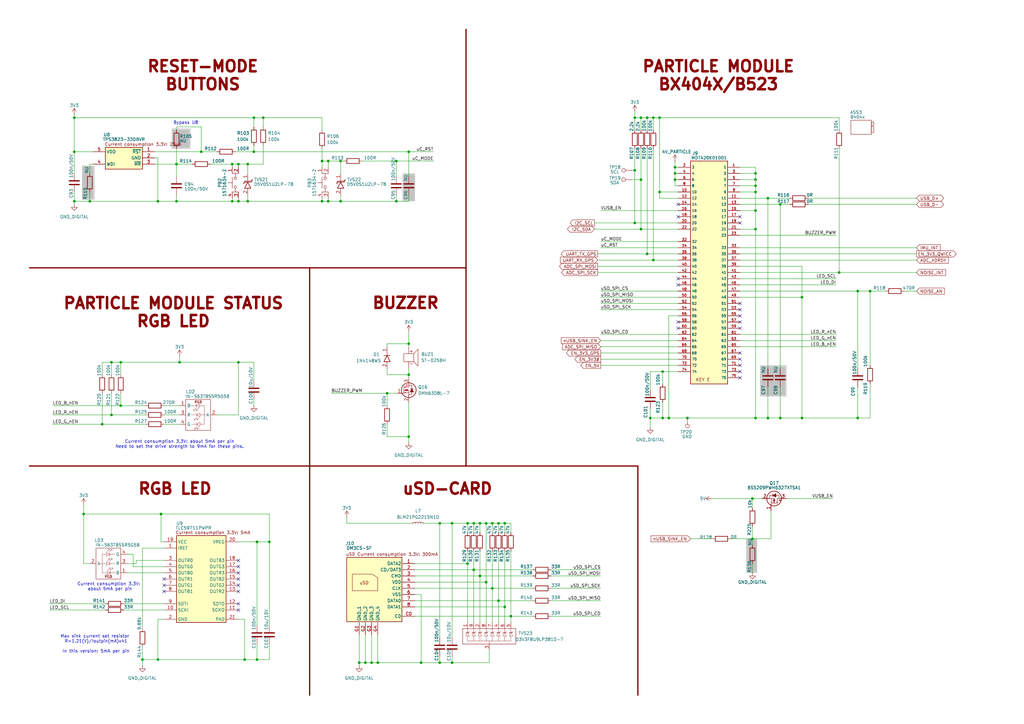
<source format=kicad_sch>
(kicad_sch (version 20250114) (generator "eeschema") (generator_version "9.0")
  (paper "A3")
  (title_block (date "07-03-2025") (rev "1") (comment 1 "Flatburn_V4") (comment 2 "Luca Brighenti") (comment 3 "-") (comment 4 "MIT"))
  (lib_symbols
    (symbol "Flatburn_V4_symbol_library:+3.3V" (power) (pin_numbers (hide yes)) (pin_names (offset 0) (hide yes))
      (property "Value" "+3.3V" (at 0 3.556 0))
      (symbol "+3.3V_1_1"
        (pin power_in line (at 0 0 90) (length 0) (name "~") (number "1"))
      )
    )
    (symbol "Flatburn_V4_symbol_library:+3V0" (power) (pin_numbers (hide yes)) (pin_names (offset 0) (hide yes))
      (property "Value" "+3V0" (at 0 3.556 0))
      (symbol "+3V0_1_1"
        (pin power_in line (at 0 0 90) (length 0) (name "~") (number "1"))
      )
    )
    (symbol "Flatburn_V4_symbol_library:BUZZER - 3V - ST-025BH" (pin_numbers (hide yes)) (pin_names (hide yes))
      (property "Reference" "BUZ" (at -7.874 2.286 0))
      (property "Value" "ST-025BH" (at -12.954 0.508 0))
      (symbol "BUZZER - 3V - ST-025BH_1_1"
        (text "+" (at 1.016 3.302 0) (effects (font (size 1.27 1.27))))
        (text "-" (at 1.016 -1.778 0) (effects (font (size 1.27 1.27))))
        (pin no_connect line (at -1.27 1.27 90) (length 0) (hide yes) (name "NC") (number "4"))
        (pin passive line (at 0 5.08 270) (length 2.794) (name "+") (number "2"))
        (pin passive line (at 0 -3.81 90) (length 2.794) (name "-") (number "3"))
        (pin no_connect line (at 1.27 1.27 90) (length 0) (hide yes) (name "NC") (number "1"))
      )
    )
    (symbol "Flatburn_V4_symbol_library:CS-C-0402-100n/50V-10%" (pin_numbers (hide yes))
      (property "Reference" "C" (at -1.778 -4.318 90))
      (property "Value" "100n/50V" (at -1.778 1.27 90))
      (symbol "CS-C-0402-100n/50V-10%_1_1"
        (pin passive line (at 0 3.81 270) (length 2.794) (name "~") (number "1"))
        (pin passive line (at 0 -3.81 90) (length 2.794) (name "~") (number "2"))
      )
    )
    (symbol "Flatburn_V4_symbol_library:CS-C-0402-33p/50V-5%" (pin_numbers (hide yes))
      (property "Reference" "C" (at -1.778 -4.318 90))
      (property "Value" "33p/50V" (at -1.778 1.27 90))
      (symbol "CS-C-0402-33p/50V-5%_1_1"
        (pin passive line (at 0 3.81 270) (length 2.794) (name "~") (number "1"))
        (pin passive line (at 0 -3.81 90) (length 2.794) (name "~") (number "2"))
      )
    )
    (symbol "Flatburn_V4_symbol_library:CS-C-0603-10u/10V-10%" (pin_numbers (hide yes))
      (property "Reference" "C" (at -1.778 -4.318 90))
      (property "Value" "10u/10V" (at -1.778 1.27 90))
      (symbol "CS-C-0603-10u/10V-10%_1_1"
        (pin passive line (at 0 3.81 270) (length 2.794) (name "~") (number "1"))
        (pin passive line (at 0 -3.81 90) (length 2.794) (name "~") (number "2"))
      )
    )
    (symbol "Flatburn_V4_symbol_library:DIODE - VR100V/0.15A - 1N4148WS"
      (property "Reference" "D" (at -6.604 6.096 0))
      (property "Value" "1N4148WS" (at -6.604 4.318 0))
      (symbol "DIODE - VR100V/0.15A - 1N4148WS_1_1"
        (pin passive line (at -3.81 0 0) (length 2.54) (name "") (number "1"))
        (pin passive line (at 5.08 0 180) (length 2.54) (name "") (number "2"))
      )
    )
    (symbol "Flatburn_V4_symbol_library:DRIVER LED - 18V/60mA - 16Bit/12Ch - TLC59711PWPR "
      (property "Reference" "U" (at -10.668 23.368 0))
      (property "Value" "TLC59711PWPR" (at -10.668 21.59 0))
      (symbol "DRIVER LED - 18V/60mA - 16Bit/12Ch - TLC59711PWPR _1_1"
        (text "Current consumption 3.3V: 5mA" (at 4.826 19.05 0) (effects (font (size 1.27 1.27))))
        (pin power_in line (at -15.24 15.24 0) (length 5.08) (name "VCC") (number "19"))
        (pin bidirectional line (at -15.24 12.7 0) (length 5.08) (name "IREF") (number "1"))
        (pin output line (at -15.24 7.62 0) (length 5.08) (name "OUTR0") (number "3"))
        (pin output line (at -15.24 5.08 0) (length 5.08) (name "OUTG0") (number "4"))
        (pin output line (at -15.24 2.54 0) (length 5.08) (name "OUTB0") (number "5"))
        (pin output line (at -15.24 0 0) (length 5.08) (name "OUTR1") (number "6"))
        (pin output line (at -15.24 -2.54 0) (length 5.08) (name "OUTG1") (number "7"))
        (pin output line (at -15.24 -5.08 0) (length 5.08) (name "OUTB1") (number "8"))
        (pin input line (at -15.24 -10.16 0) (length 5.08) (name "SDTI") (number "9"))
        (pin input line (at -15.24 -12.7 0) (length 5.08) (name "SCKI") (number "10"))
        (pin power_in line (at -15.24 -16.51 0) (length 5.08) (name "GND") (number "2"))
        (pin bidirectional line (at 15.24 15.24 180) (length 5.08) (name "VREG") (number "20"))
        (pin output line (at 15.24 7.62 180) (length 5.08) (name "OUTB3") (number "18"))
        (pin output line (at 15.24 5.08 180) (length 5.08) (name "OUTG3") (number "17"))
        (pin output line (at 15.24 2.54 180) (length 5.08) (name "OUTR3") (number "16"))
        (pin output line (at 15.24 0 180) (length 5.08) (name "OUTB2") (number "15"))
        (pin output line (at 15.24 -2.54 180) (length 5.08) (name "OUTG2") (number "14"))
        (pin output line (at 15.24 -5.08 180) (length 5.08) (name "OUTR2") (number "13"))
        (pin output line (at 15.24 -10.16 180) (length 5.08) (name "SDTO") (number "12"))
        (pin output line (at 15.24 -12.7 180) (length 5.08) (name "SCKO") (number "11"))
        (pin power_out line (at 15.24 -16.51 180) (length 5.08) (name "PAD") (number "21"))
      )
    )
    (symbol "Flatburn_V4_symbol_library:FER - 220Ohm/2A - 25% - BLM21PG221SN1D" (pin_numbers (hide yes)) (pin_names (hide yes))
      (property "Reference" "L" (at -5.334 1.524 0))
      (property "Value" "BLM21PG221SN1D" (at -20.32 -0.508 0))
      (symbol "FER - 220Ohm/2A - 25% - BLM21PG221SN1D_1_1"
        (pin passive line (at 0 2.54 270) (length 0.508) (name "~") (number "1"))
        (pin passive line (at 0 -2.54 90) (length 0.508) (name "~") (number "2"))
      )
    )
    (symbol "Flatburn_V4_symbol_library:GND" (power) (pin_numbers (hide yes)) (pin_names (offset 0) (hide yes))
      (property "Value" "GND" (at 0 -3.81 0))
      (symbol "GND_1_1"
        (pin power_in line (at 0 0 270) (length 0) (name "~") (number "1"))
      )
    )
    (symbol "Flatburn_V4_symbol_library:LED - RGB - RIGHT ANGLE - 5mA"
      (property "Reference" "LD" (at -5.334 10.16 0))
      (property "Value" "IN-S63TBS5R5G5B" (at -5.334 8.128 0))
      (symbol "LED - RGB - RIGHT ANGLE - 5mA_1_1"
        (text "RGB\n" (at 0 5.334 0) (effects (font (size 1.016 1.016))))
        (pin passive line (at -7.62 3.81 0) (length 2.54) (name "B") (number "1"))
        (pin passive line (at -7.62 0 0) (length 2.54) (name "R") (number "3"))
        (pin passive line (at -7.62 -3.81 0) (length 2.54) (name "G") (number "4"))
        (pin passive line (at 7.62 0 180) (length 2.54) (name "A") (number "2"))
      )
    )
    (symbol "Flatburn_V4_symbol_library:M2 - J-75-0050-MOS-M2-E - MDT420E01001"
      (property "Reference" "J" (at -6.604 48.006 0))
      (property "Value" "MDT420E01001" (at -6.604 46.228 0))
      (symbol "M2 - J-75-0050-MOS-M2-E - MDT420E01001_0_0"
        (pin passive line (at -11.43 41.91 0) (length 5.08) (name "1") (number "1"))
        (pin passive line (at -11.43 39.37 0) (length 5.08) (name "3") (number "3"))
        (pin passive line (at -11.43 36.83 0) (length 5.08) (name "5") (number "5"))
        (pin passive line (at -11.43 34.29 0) (length 5.08) (name "7") (number "7"))
        (pin passive line (at -11.43 31.75 0) (length 5.08) (name "9") (number "9"))
        (pin passive line (at -11.43 29.21 0) (length 5.08) (name "11") (number "11"))
        (pin passive line (at -11.43 26.67 0) (length 5.08) (name "13") (number "13"))
        (pin passive line (at -11.43 24.13 0) (length 5.08) (name "15") (number "15"))
        (pin passive line (at -11.43 21.59 0) (length 5.08) (name "17") (number "17"))
        (pin passive line (at -11.43 19.05 0) (length 5.08) (name "19") (number "19"))
        (pin passive line (at -11.43 16.51 0) (length 5.08) (name "21") (number "21"))
        (pin passive line (at -11.43 13.97 0) (length 5.08) (name "23") (number "23"))
        (pin passive line (at -11.43 8.89 0) (length 5.08) (name "33") (number "33"))
        (pin passive line (at -11.43 6.35 0) (length 5.08) (name "35") (number "35"))
        (pin passive line (at -11.43 3.81 0) (length 5.08) (name "37") (number "37"))
        (pin passive line (at -11.43 1.27 0) (length 5.08) (name "39") (number "39"))
        (pin passive line (at -11.43 -1.27 0) (length 5.08) (name "41") (number "41"))
        (pin passive line (at -11.43 -3.81 0) (length 5.08) (name "43") (number "43"))
        (pin passive line (at -11.43 -6.35 0) (length 5.08) (name "45") (number "45"))
        (pin passive line (at -11.43 -8.89 0) (length 5.08) (name "47") (number "47"))
        (pin passive line (at -11.43 -11.43 0) (length 5.08) (name "49") (number "49"))
        (pin passive line (at -11.43 -13.97 0) (length 5.08) (name "51") (number "51"))
        (pin passive line (at -11.43 -16.51 0) (length 5.08) (name "53") (number "53"))
        (pin passive line (at -11.43 -19.05 0) (length 5.08) (name "55") (number "55"))
        (pin passive line (at -11.43 -21.59 0) (length 5.08) (name "57") (number "57"))
        (pin passive line (at -11.43 -24.13 0) (length 5.08) (name "59") (number "59"))
        (pin passive line (at -11.43 -26.67 0) (length 5.08) (name "61") (number "61"))
        (pin passive line (at -11.43 -29.21 0) (length 5.08) (name "63") (number "63"))
        (pin passive line (at -11.43 -31.75 0) (length 5.08) (name "65") (number "65"))
        (pin passive line (at -11.43 -34.29 0) (length 5.08) (name "67") (number "67"))
        (pin passive line (at -11.43 -36.83 0) (length 5.08) (name "69") (number "69"))
        (pin passive line (at -11.43 -39.37 0) (length 5.08) (name "71") (number "71"))
        (pin passive line (at -11.43 -41.91 0) (length 5.08) (name "73") (number "73"))
        (pin passive line (at -11.43 -44.45 0) (length 5.08) (name "75") (number "75"))
        (pin passive line (at 13.97 41.91 180) (length 5.08) (name "2") (number "2"))
        (pin passive line (at 13.97 39.37 180) (length 5.08) (name "4") (number "4"))
        (pin passive line (at 13.97 36.83 180) (length 5.08) (name "6") (number "6"))
        (pin passive line (at 13.97 34.29 180) (length 5.08) (name "8") (number "8"))
        (pin passive line (at 13.97 31.75 180) (length 5.08) (name "10") (number "10"))
        (pin passive line (at 13.97 29.21 180) (length 5.08) (name "12") (number "12"))
        (pin passive line (at 13.97 26.67 180) (length 5.08) (name "14") (number "14"))
        (pin passive line (at 13.97 24.13 180) (length 5.08) (name "16") (number "16"))
        (pin passive line (at 13.97 21.59 180) (length 5.08) (name "18") (number "18"))
        (pin passive line (at 13.97 19.05 180) (length 5.08) (name "20") (number "20"))
        (pin passive line (at 13.97 16.51 180) (length 5.08) (name "22") (number "22"))
        (pin passive line (at 13.97 11.43 180) (length 5.08) (name "32") (number "32"))
        (pin passive line (at 13.97 8.89 180) (length 5.08) (name "34") (number "34"))
        (pin passive line (at 13.97 6.35 180) (length 5.08) (name "36") (number "36"))
        (pin passive line (at 13.97 3.81 180) (length 5.08) (name "38") (number "38"))
        (pin passive line (at 13.97 1.27 180) (length 5.08) (name "40") (number "40"))
        (pin passive line (at 13.97 -1.27 180) (length 5.08) (name "42") (number "42"))
        (pin passive line (at 13.97 -3.81 180) (length 5.08) (name "44") (number "44"))
        (pin passive line (at 13.97 -6.35 180) (length 5.08) (name "46") (number "46"))
        (pin passive line (at 13.97 -8.89 180) (length 5.08) (name "48") (number "48"))
        (pin passive line (at 13.97 -11.43 180) (length 5.08) (name "50") (number "50"))
        (pin passive line (at 13.97 -13.97 180) (length 5.08) (name "52") (number "52"))
        (pin passive line (at 13.97 -16.51 180) (length 5.08) (name "54") (number "54"))
        (pin passive line (at 13.97 -19.05 180) (length 5.08) (name "56") (number "56"))
        (pin passive line (at 13.97 -21.59 180) (length 5.08) (name "58") (number "58"))
        (pin passive line (at 13.97 -24.13 180) (length 5.08) (name "60") (number "60"))
        (pin passive line (at 13.97 -26.67 180) (length 5.08) (name "62") (number "62"))
        (pin passive line (at 13.97 -29.21 180) (length 5.08) (name "64") (number "64"))
        (pin passive line (at 13.97 -31.75 180) (length 5.08) (name "66") (number "66"))
        (pin passive line (at 13.97 -34.29 180) (length 5.08) (name "68") (number "68"))
        (pin passive line (at 13.97 -36.83 180) (length 5.08) (name "70") (number "70"))
        (pin passive line (at 13.97 -39.37 180) (length 5.08) (name "72") (number "72"))
        (pin passive line (at 13.97 -41.91 180) (length 5.08) (name "74") (number "74"))
      )
      (symbol "M2 - J-75-0050-MOS-M2-E - MDT420E01001_1_1"
        (text "KEY E\n" (at 3.81 -45.212 0) (effects (font (size 1.27 1.27))))
      )
    )
    (symbol "Flatburn_V4_symbol_library:NMOS - 30V 350mA -  DMN63D8L-7" (pin_names (offset 0.254) (hide yes))
      (property "Reference" "Q" (at -17.272 5.08 0))
      (property "Value" "DMN63D8L-7" (at -17.272 3.302 0))
      (symbol "NMOS - 30V 350mA -  DMN63D8L-7_1_1"
        (text "n" (at -0.762 2.032 0) (effects (font (size 0.889 0.889))))
        (pin passive line (at -5.08 -1.27 0) (length 2.54) (name "G") (number "1"))
        (pin passive line (at 0 5.08 270) (length 2.54) (name "D") (number "3"))
        (pin input line (at 0 -5.08 90) (length 2.54) (name "S") (number "2"))
      )
    )
    (symbol "Flatburn_V4_symbol_library:PB - 1571634-2 - 24V 50mA" (pin_names (hide yes))
      (property "Reference" "PB" (at -7.874 10.668 0))
      (property "Value" "1571634-2" (at -8.128 8.636 0))
      (symbol "PB - 1571634-2 - 24V 50mA_0_1"
        (pin passive line (at -6.35 1.27 0) (length 2.54) (name "1") (number "1"))
        (pin passive line (at -6.35 -1.27 0) (length 2.54) (name "2") (number "2"))
        (pin passive line (at 6.35 1.27 180) (length 2.54) (name "4") (number "4"))
        (pin passive line (at 6.35 -1.27 180) (length 2.54) (name "3") (number "3"))
      )
    )
    (symbol "Flatburn_V4_symbol_library:PMOS - 20V 630mA -  BSS209PWH6327XTSA1" (pin_names (offset 0.254) (hide yes))
      (property "Reference" "Q" (at -24.638 4.826 0))
      (property "Value" "BSS209PWH6327XTSA1" (at -24.638 3.048 0))
      (symbol "PMOS - 20V 630mA -  BSS209PWH6327XTSA1_1_1"
        (text "p" (at -0.762 2.286 0) (effects (font (size 0.8128 0.8128))))
        (pin passive line (at -5.08 -1.27 0) (length 2.54) (name "G") (number "1"))
        (pin passive line (at 0 5.08 270) (length 2.54) (name "D") (number "3"))
        (pin input line (at 0 -5.08 90) (length 2.54) (name "S") (number "2"))
      )
    )
    (symbol "Flatburn_V4_symbol_library:RS-0402-0R 1/5W 0.5%" (pin_numbers (hide yes)) (pin_names (hide yes))
      (property "Reference" "R" (at -1.778 -6.096 90))
      (property "Value" "0R" (at -1.778 3.556 90))
      (symbol "RS-0402-0R 1/5W 0.5%_1_1"
        (pin passive line (at 0 3.81 270) (length 1.27) (name "~") (number "1"))
        (pin passive line (at 0 -3.81 90) (length 1.27) (name "~") (number "2"))
      )
    )
    (symbol "Flatburn_V4_symbol_library:RS-0402-0R 100mW 0.1%" (pin_numbers (hide yes)) (pin_names (hide yes))
      (property "Reference" "R" (at -1.778 -6.096 90))
      (property "Value" "0R" (at -1.778 3.556 90))
      (symbol "RS-0402-0R 100mW 0.1%_1_1"
        (pin passive line (at 0 3.81 270) (length 1.27) (name "~") (number "1"))
        (pin passive line (at 0 -3.81 90) (length 1.27) (name "~") (number "2"))
      )
    )
    (symbol "Flatburn_V4_symbol_library:RS-0402-100K 1/16W 1%" (pin_numbers (hide yes)) (pin_names (hide yes))
      (property "Reference" "R" (at -1.778 -6.096 90))
      (property "Value" "100k" (at -1.778 3.556 90))
      (symbol "RS-0402-100K 1/16W 1%_1_1"
        (pin passive line (at 0 3.81 270) (length 1.27) (name "~") (number "1"))
        (pin passive line (at 0 -3.81 90) (length 1.27) (name "~") (number "2"))
      )
    )
    (symbol "Flatburn_V4_symbol_library:RS-0402-100R 1/16W 1%" (pin_numbers (hide yes)) (pin_names (hide yes))
      (property "Reference" "R" (at -1.778 -6.096 90))
      (property "Value" "100R" (at -1.778 3.556 90))
      (symbol "RS-0402-100R 1/16W 1%_1_1"
        (pin passive line (at 0 3.81 270) (length 1.27) (name "~") (number "1"))
        (pin passive line (at 0 -3.81 90) (length 1.27) (name "~") (number "2"))
      )
    )
    (symbol "Flatburn_V4_symbol_library:RS-0402-10K 1/16W 1%" (pin_numbers (hide yes)) (pin_names (hide yes))
      (property "Reference" "R" (at -1.778 -6.096 90))
      (property "Value" "10k" (at -1.778 3.556 90))
      (symbol "RS-0402-10K 1/16W 1%_1_1"
        (pin passive line (at 0 3.81 270) (length 1.27) (name "~") (number "1"))
        (pin passive line (at 0 -3.81 90) (length 1.27) (name "~") (number "2"))
      )
    )
    (symbol "Flatburn_V4_symbol_library:RS-0402-270R 1/16W 1%" (pin_numbers (hide yes)) (pin_names (hide yes))
      (property "Reference" "R" (at -1.778 -6.096 90))
      (property "Value" "270R" (at -1.778 3.556 90))
      (symbol "RS-0402-270R 1/16W 1%_1_1"
        (pin passive line (at 0 3.81 270) (length 1.27) (name "~") (number "1"))
        (pin passive line (at 0 -3.81 90) (length 1.27) (name "~") (number "2"))
      )
    )
    (symbol "Flatburn_V4_symbol_library:RS-0402-2K2 1/16W 1%" (pin_numbers (hide yes)) (pin_names (hide yes))
      (property "Reference" "R" (at -1.778 -6.096 90))
      (property "Value" "2.2k" (at -1.778 3.556 90))
      (symbol "RS-0402-2K2 1/16W 1%_1_1"
        (pin passive line (at 0 3.81 270) (length 1.27) (name "~") (number "1"))
        (pin passive line (at 0 -3.81 90) (length 1.27) (name "~") (number "2"))
      )
    )
    (symbol "Flatburn_V4_symbol_library:RS-0402-33R 1/16W 1%" (pin_numbers (hide yes)) (pin_names (hide yes))
      (property "Reference" "R" (at -1.778 -6.096 90))
      (property "Value" "33R" (at -1.778 3.556 90))
      (symbol "RS-0402-33R 1/16W 1%_1_1"
        (pin passive line (at 0 3.81 270) (length 1.27) (name "~") (number "1"))
        (pin passive line (at 0 -3.81 90) (length 1.27) (name "~") (number "2"))
      )
    )
    (symbol "Flatburn_V4_symbol_library:RS-0402-470R 1/16W 1%" (pin_numbers (hide yes)) (pin_names (hide yes))
      (property "Reference" "R" (at -1.778 -6.096 90))
      (property "Value" "470R" (at -1.778 3.556 90))
      (symbol "RS-0402-470R 1/16W 1%_1_1"
        (pin passive line (at 0 3.81 270) (length 1.27) (name "~") (number "1"))
        (pin passive line (at 0 -3.81 90) (length 1.27) (name "~") (number "2"))
      )
    )
    (symbol "Flatburn_V4_symbol_library:RS-0402-47K 1/16W 1%" (pin_numbers (hide yes)) (pin_names (hide yes))
      (property "Reference" "R" (at -1.778 -6.096 90))
      (property "Value" "47k" (at -1.778 3.556 90))
      (symbol "RS-0402-47K 1/16W 1%_1_1"
        (pin passive line (at 0 3.81 270) (length 1.27) (name "~") (number "1"))
        (pin passive line (at 0 -3.81 90) (length 1.27) (name "~") (number "2"))
      )
    )
    (symbol "Flatburn_V4_symbol_library:RS-0402-9K88 1/16W 0.5%" (pin_numbers (hide yes)) (pin_names (hide yes))
      (property "Reference" "R" (at -1.778 -6.096 90))
      (property "Value" "9.88k" (at -1.778 3.556 90))
      (symbol "RS-0402-9K88 1/16W 0.5%_1_1"
        (pin passive line (at 0 3.81 270) (length 1.27) (name "~") (number "1"))
        (pin passive line (at 0 -3.81 90) (length 1.27) (name "~") (number "2"))
      )
    )
    (symbol "Flatburn_V4_symbol_library:SOM - B404x" (on_board no)
      (property "Reference" "ASS" (at -4.064 6.35 0))
      (property "Value" "B404x" (at -4.318 4.572 0))
    )
    (symbol "Flatburn_V4_symbol_library:SUPERVISOR - 5V -  TPS3823-33DBVR"
      (property "Reference" "U" (at -7.874 9.906 0))
      (property "Value" "TPS3823-33DBVR" (at -7.874 8.128 0))
      (symbol "SUPERVISOR - 5V -  TPS3823-33DBVR_1_1"
        (text "Current consumption 3.3V: 25uA" (at 7.874 5.588 0) (effects (font (size 1.27 1.27))))
        (pin power_in line (at -12.7 2.54 0) (length 5.08) (name "VDD") (number "5"))
        (pin power_in line (at -12.7 -2.54 0) (length 5.08) (name "WDI") (number "4"))
        (pin output line (at 12.7 2.54 180) (length 5.08) (name "~{RST}") (number "1"))
        (pin passive line (at 12.7 0 180) (length 5.08) (name "GND") (number "2"))
        (pin input line (at 12.7 -2.54 180) (length 5.08) (name "~{MR}") (number "3"))
      )
    )
    (symbol "Flatburn_V4_symbol_library:TVS/ESD - UNI - 5,5V/500W_1 - D5V0S1U2LP-7B"
      (property "Reference" "TVS" (at -6.604 6.096 0))
      (property "Value" "D5V0S1U2LP-7B" (at -6.604 4.318 0))
      (symbol "TVS/ESD - UNI - 5,5V/500W_1 - D5V0S1U2LP-7B_1_1"
        (pin passive line (at -3.81 0 0) (length 2.54) (name "") (number "1"))
        (pin passive line (at 5.08 0 180) (length 2.54) (name "") (number "2"))
      )
    )
    (symbol "Flatburn_V4_symbol_library:TVS/ESD IC - UNI- 5V/32W - D3V3F8U9LP3810-7"
      (property "Reference" "TVS" (at -16.51 0.762 0))
      (property "Value" "D3V3F8U9LP3810-7" (at -31.75 -1.27 0))
      (symbol "TVS/ESD IC - UNI- 5V/32W - D3V3F8U9LP3810-7_1_1"
        (pin passive line (at -8.89 5.08 270) (length 2.54) (name "") (number "1"))
        (pin passive line (at -6.35 5.08 270) (length 2.54) (name "") (number "9"))
        (pin passive line (at -3.81 5.08 270) (length 2.54) (name "") (number "2"))
        (pin passive line (at -1.27 5.08 270) (length 2.54) (name "") (number "8"))
        (pin passive line (at 0 -6.35 90) (length 2.54) (name "") (number "3"))
        (pin passive line (at 1.27 5.08 270) (length 2.54) (name "") (number "7"))
        (pin passive line (at 3.81 5.08 270) (length 2.54) (name "") (number "4"))
        (pin passive line (at 6.35 5.08 270) (length 2.54) (name "") (number "6"))
        (pin passive line (at 8.89 5.08 270) (length 2.54) (name "") (number "5"))
      )
    )
    (symbol "Flatburn_V4_symbol_library:TestPoint" (pin_numbers (hide yes)) (pin_names (offset 0.762) (hide yes))
      (property "Reference" "TP" (at 0 6.858 0))
      (property "Value" "TestPoint" (at 0 5.08 0))
      (symbol "TestPoint_1_1"
        (pin passive line (at 0 0 90) (length 2.54) (name "1") (number "1"))
      )
    )
    (symbol "Flatburn_V4_symbol_library:uSD - HIGED - DM3CS-SF "
      (property "Reference" "J" (at -11.684 17.018 0))
      (property "Value" "DM3CS-SF" (at -11.938 15.24 0))
      (symbol "uSD - HIGED - DM3CS-SF _1_1"
        (text "uSD\n" (at -4.318 1.016 0) (effects (font (size 1.27 1.27))))
        (text "uSD Current consumption 3.3V: 300mA" (at 7.112 12.7 0) (effects (font (size 1.27 1.27))))
        (pin passive line (at -6.35 -20.32 90) (length 5.08) (name "GND_1") (number "G1"))
        (pin passive line (at -3.81 -20.32 90) (length 5.08) (name "GND_2") (number "G2"))
        (pin passive line (at -1.27 -20.32 90) (length 5.08) (name "GND_3") (number "G3"))
        (pin passive line (at 1.27 -20.32 90) (length 5.08) (name "GND_4") (number "G4"))
        (pin bidirectional line (at 16.51 8.89 180) (length 5.08) (name "DATA2") (number "1"))
        (pin bidirectional line (at 16.51 6.35 180) (length 5.08) (name "CD/DAT3") (number "2"))
        (pin bidirectional line (at 16.51 3.81 180) (length 5.08) (name "CMD") (number "3"))
        (pin power_in line (at 16.51 1.27 180) (length 5.08) (name "VDD") (number "4"))
        (pin input line (at 16.51 -1.27 180) (length 5.08) (name "CLK") (number "5"))
        (pin power_in line (at 16.51 -3.81 180) (length 5.08) (name "VSS") (number "6"))
        (pin bidirectional line (at 16.51 -6.35 180) (length 5.08) (name "DATA0") (number "7"))
        (pin bidirectional line (at 16.51 -8.89 180) (length 5.08) (name "DATA1") (number "8"))
        (pin passive line (at 16.51 -12.7 180) (length 5.08) (name "CD") (number "CD"))
      )
    )
  )
  (rectangle (start 311.785 149.86) (end 317.5 162.56) (stroke (width -0.0001) (color 194 194 194 1)) (fill (type color) (color 194 194 194 1)))
  (rectangle (start 317.5 149.86) (end 322.58 162.56) (stroke (width -0.0001) (color 194 194 194 1)) (fill (type color) (color 194 194 194 1)))
  (rectangle (start 70.485 52.705) (end 78.105 60.96) (stroke (width -0.0001) (color 194 194 194 1)) (fill (type color) (color 194 194 194 1)))
  (rectangle (start 33.655 67.945) (end 38.735 81.915) (stroke (width -0.0001) (color 194 194 194 1)) (fill (type color) (color 194 194 194 1)))
  (rectangle (start 306.07 220.98) (end 310.515 234.95) (stroke (width -0.0001) (color 194 194 194 1)) (fill (type color) (color 194 194 194 1)))
  (rectangle (start 165.1 71.12) (end 170.18 82.55) (stroke (width -0.0001) (color 194 194 194 1)) (fill (type color) (color 194 194 194 1)))
  (text "Current consumption 3.3V: about 5mA per pin\nNeed to set the drive strength to 9mA for these pins." (at 73.66 182.245 0) (effects (font (size 1.27 1.27))))
  (text "BUZZER" (at 166.37 124.46 0) (effects (font (size 4.572 4.572) (thickness 1.016) (bold yes))))
  (text "uSD-CARD" (at 183.515 200.66 0) (effects (font (size 4.572 4.572) (thickness 1.016) (bold yes))))
  (text "Bypass U8\n\n" (at 76.2 51.435 0) (effects (font (size 1.27 1.27))))
  (text "Current consumption 3.3V: \nabout 5mA per pin\n" (at 45.085 240.665 0) (effects (font (size 1.27 1.27))))
  (text "RESET-MODE\nBUTTONS" (at 83.185 31.115 0) (effects (font (size 4.572 4.572) (thickness 1.016) (bold yes))))
  (text "PARTICLE MODULE STATUS\nRGB LED" (at 71.12 128.27 0) (effects (font (size 4.572 4.572) (thickness 1.016) (bold yes))))
  (text "RGB LED" (at 71.755 200.66 0) (effects (font (size 4.572 4.572) (thickness 1.016) (bold yes))))
  (text "Max sink current set resistor \nR=1.21(V)/Ioutpin(mA)x41\n\nIn this version: 5mA per pin\n" (at 39.37 264.16 0) (effects (font (size 1.27 1.27))))
  (text "PARTICLE MODULE\nBX404X/B523" (at 294.64 31.115 0) (effects (font (size 4.572 4.572) (thickness 1.016) (bold yes))))
  (junction (at 134.62 82.55))
  (junction (at 309.88 73.66))
  (junction (at 351.79 119.38))
  (junction (at 201.93 214.63))
  (junction (at 260.35 91.44))
  (junction (at 49.53 166.37))
  (junction (at 41.91 173.99))
  (junction (at 110.49 222.25))
  (junction (at 199.39 214.63))
  (junction (at 158.75 161.29))
  (junction (at 104.14 48.26))
  (junction (at 314.96 81.28))
  (junction (at 204.47 214.63))
  (junction (at 149.86 271.78))
  (junction (at 204.47 246.38))
  (junction (at 49.53 148.59))
  (junction (at 308.61 204.47))
  (junction (at 97.79 148.59))
  (junction (at 132.08 82.55))
  (junction (at 105.41 270.51))
  (junction (at 167.64 62.23))
  (junction (at 147.32 271.78))
  (junction (at 309.88 76.2))
  (junction (at 191.77 231.14))
  (junction (at 262.89 48.26))
  (junction (at 180.34 214.63))
  (junction (at 73.66 148.59))
  (junction (at 351.79 171.45))
  (junction (at 271.78 171.45))
  (junction (at 356.87 119.38))
  (junction (at 309.88 86.36))
  (junction (at 82.55 62.23))
  (junction (at 267.97 106.68))
  (junction (at 199.39 238.76))
  (junction (at 260.35 69.85))
  (junction (at 97.79 67.31))
  (junction (at 167.64 179.07))
  (junction (at 260.35 48.26))
  (junction (at 314.96 171.45))
  (junction (at 265.43 48.26))
  (junction (at 134.62 66.04))
  (junction (at 194.31 233.68))
  (junction (at 30.48 82.55))
  (junction (at 320.04 83.82))
  (junction (at 276.86 71.12))
  (junction (at 207.01 248.92))
  (junction (at 196.85 214.63))
  (junction (at 139.7 82.55))
  (junction (at 101.6 67.31))
  (junction (at 309.88 71.12))
  (junction (at 309.88 93.98))
  (junction (at 72.39 82.55))
  (junction (at 180.34 271.78))
  (junction (at 308.61 220.98))
  (junction (at 97.79 82.55))
  (junction (at 281.94 171.45))
  (junction (at 30.48 48.26))
  (junction (at 267.97 48.26))
  (junction (at 64.77 270.51))
  (junction (at 207.01 214.63))
  (junction (at 271.78 152.4))
  (junction (at 344.17 111.76))
  (junction (at 265.43 104.14))
  (junction (at 105.41 222.25))
  (junction (at 58.42 270.51))
  (junction (at 196.85 236.22))
  (junction (at 66.04 210.82))
  (junction (at 107.95 48.26))
  (junction (at 328.93 171.45))
  (junction (at 191.77 214.63))
  (junction (at 162.56 66.04))
  (junction (at 45.72 148.59))
  (junction (at 95.25 82.55))
  (junction (at 132.08 66.04))
  (junction (at 104.14 62.23))
  (junction (at 162.56 82.55))
  (junction (at 139.7 66.04))
  (junction (at 101.6 82.55))
  (junction (at 270.51 48.26))
  (junction (at 95.25 67.31))
  (junction (at 262.89 73.66))
  (junction (at 270.51 78.74))
  (junction (at 167.64 153.67))
  (junction (at 185.42 214.63))
  (junction (at 172.72 271.78))
  (junction (at 209.55 252.73))
  (junction (at 45.72 170.18))
  (junction (at 276.86 68.58))
  (junction (at 34.29 210.82))
  (junction (at 152.4 271.78))
  (junction (at 167.64 140.97))
  (junction (at 201.93 241.3))
  (junction (at 100.33 270.51))
  (junction (at 309.88 78.74))
  (junction (at 328.93 121.92))
  (junction (at 309.88 171.45))
  (junction (at 30.48 62.23))
  (junction (at 320.04 171.45))
  (junction (at 276.86 73.66))
  (junction (at 266.7 171.45))
  (junction (at 72.39 67.31))
  (junction (at 36.83 82.55))
  (junction (at 194.31 214.63))
  (junction (at 274.32 171.45))
  (junction (at 64.77 82.55))
  (junction (at 262.89 93.98))
  (junction (at 154.94 271.78))
  (junction (at 185.42 271.78))
  (no_connect (at 278.13 132.08))
  (no_connect (at 303.53 134.62))
  (no_connect (at 278.13 134.62))
  (no_connect (at 97.79 247.65))
  (no_connect (at 97.79 240.03))
  (no_connect (at 303.53 149.86))
  (no_connect (at 303.53 91.44))
  (no_connect (at 303.53 129.54))
  (no_connect (at 303.53 88.9))
  (no_connect (at 97.79 229.87))
  (no_connect (at 97.79 250.19))
  (no_connect (at 303.53 144.78))
  (no_connect (at 303.53 132.08))
  (no_connect (at 97.79 242.57))
  (no_connect (at 303.53 154.94))
  (no_connect (at 278.13 83.82))
  (no_connect (at 303.53 152.4))
  (no_connect (at 278.13 114.3))
  (no_connect (at 67.31 237.49))
  (no_connect (at 67.31 240.03))
  (no_connect (at 303.53 127))
  (no_connect (at 97.79 237.49))
  (no_connect (at 303.53 124.46))
  (no_connect (at 97.79 234.95))
  (no_connect (at 303.53 147.32))
  (no_connect (at 278.13 116.84))
  (no_connect (at 97.79 232.41))
  (no_connect (at 278.13 88.9))
  (no_connect (at 67.31 242.57))
  (wire (pts (xy 158.75 161.29) (xy 162.56 161.29)))
  (wire (pts (xy 292.1 204.47) (xy 308.61 204.47)))
  (wire (pts (xy 97.79 82.55) (xy 95.25 82.55)))
  (polyline (pts (xy 261.62 191.135) (xy 261.62 285.115)) (stroke (width 0.508) (color 132 0 0 1)))
  (wire (pts (xy 105.41 222.25) (xy 105.41 256.54)))
  (wire (pts (xy 271.78 152.4) (xy 278.13 152.4)))
  (wire (pts (xy 320.04 83.82) (xy 320.04 151.13)))
  (wire (pts (xy 36.83 67.31) (xy 38.1 67.31)))
  (wire (pts (xy 226.06 233.68) (xy 246.38 233.68)))
  (wire (pts (xy 204.47 214.63) (xy 207.01 214.63)))
  (wire (pts (xy 20.32 250.19) (xy 43.18 250.19)))
  (wire (pts (xy 303.53 101.6) (xy 375.92 101.6)))
  (wire (pts (xy 201.93 226.06) (xy 201.93 241.3)))
  (wire (pts (xy 207.01 248.92) (xy 207.01 255.27)))
  (wire (pts (xy 105.41 264.16) (xy 105.41 270.51)))
  (wire (pts (xy 303.53 86.36) (xy 309.88 86.36)))
  (wire (pts (xy 147.32 271.78) (xy 147.32 273.05)))
  (wire (pts (xy 180.34 214.63) (xy 180.34 261.62)))
  (wire (pts (xy 73.66 170.18) (xy 67.31 170.18)))
  (wire (pts (xy 36.83 82.55) (xy 64.77 82.55)))
  (polyline (pts (xy 12.065 191.135) (xy 261.62 191.135)) (stroke (width 0.508) (color 132 0 0 1)))
  (wire (pts (xy 95.25 81.28) (xy 95.25 82.55)))
  (wire (pts (xy 95.25 68.58) (xy 95.25 67.31)))
  (wire (pts (xy 97.79 68.58) (xy 97.79 67.31)))
  (wire (pts (xy 104.14 48.26) (xy 104.14 52.07)))
  (wire (pts (xy 303.53 104.14) (xy 375.92 104.14)))
  (wire (pts (xy 309.88 93.98) (xy 309.88 171.45)))
  (wire (pts (xy 41.91 161.29) (xy 41.91 173.99)))
  (wire (pts (xy 303.53 116.84) (xy 342.9 116.84)))
  (wire (pts (xy 134.62 66.04) (xy 134.62 68.58)))
  (wire (pts (xy 303.53 109.22) (xy 328.93 109.22)))
  (wire (pts (xy 316.23 209.55) (xy 316.23 220.98)))
  (wire (pts (xy 30.48 78.74) (xy 30.48 82.55)))
  (wire (pts (xy 170.18 248.92) (xy 207.01 248.92)))
  (wire (pts (xy 21.59 166.37) (xy 49.53 166.37)))
  (wire (pts (xy 132.08 82.55) (xy 101.6 82.55)))
  (wire (pts (xy 328.93 121.92) (xy 328.93 171.45)))
  (wire (pts (xy 309.88 71.12) (xy 309.88 68.58)))
  (wire (pts (xy 309.88 73.66) (xy 309.88 71.12)))
  (wire (pts (xy 278.13 81.28) (xy 270.51 81.28)))
  (wire (pts (xy 152.4 271.78) (xy 154.94 271.78)))
  (wire (pts (xy 97.79 67.31) (xy 95.25 67.31)))
  (wire (pts (xy 196.85 236.22) (xy 218.44 236.22)))
  (wire (pts (xy 209.55 252.73) (xy 209.55 255.27)))
  (wire (pts (xy 107.95 48.26) (xy 104.14 48.26)))
  (wire (pts (xy 265.43 60.96) (xy 265.43 104.14)))
  (wire (pts (xy 191.77 231.14) (xy 191.77 255.27)))
  (wire (pts (xy 246.38 124.46) (xy 278.13 124.46)))
  (wire (pts (xy 21.59 173.99) (xy 41.91 173.99)))
  (wire (pts (xy 100.33 254) (xy 100.33 270.51)))
  (wire (pts (xy 351.79 171.45) (xy 328.93 171.45)))
  (wire (pts (xy 322.58 204.47) (xy 341.63 204.47)))
  (wire (pts (xy 246.38 99.06) (xy 278.13 99.06)))
  (wire (pts (xy 194.31 218.44) (xy 194.31 214.63)))
  (wire (pts (xy 243.84 91.44) (xy 260.35 91.44)))
  (wire (pts (xy 172.72 243.84) (xy 170.18 243.84)))
  (wire (pts (xy 104.14 59.69) (xy 104.14 62.23)))
  (wire (pts (xy 191.77 226.06) (xy 191.77 231.14)))
  (wire (pts (xy 45.72 161.29) (xy 45.72 170.18)))
  (wire (pts (xy 199.39 214.63) (xy 201.93 214.63)))
  (wire (pts (xy 267.97 48.26) (xy 270.51 48.26)))
  (wire (pts (xy 97.79 170.18) (xy 88.9 170.18)))
  (wire (pts (xy 309.88 78.74) (xy 309.88 76.2)))
  (wire (pts (xy 147.32 260.35) (xy 147.32 271.78)))
  (wire (pts (xy 245.11 111.76) (xy 278.13 111.76)))
  (wire (pts (xy 104.14 156.21) (xy 104.14 148.59)))
  (wire (pts (xy 276.86 71.12) (xy 276.86 73.66)))
  (wire (pts (xy 204.47 226.06) (xy 204.47 246.38)))
  (wire (pts (xy 320.04 158.75) (xy 320.04 171.45)))
  (wire (pts (xy 309.88 76.2) (xy 309.88 73.66)))
  (wire (pts (xy 58.42 273.05) (xy 58.42 270.51)))
  (wire (pts (xy 170.18 233.68) (xy 194.31 233.68)))
  (wire (pts (xy 64.77 254) (xy 64.77 270.51)))
  (wire (pts (xy 204.47 246.38) (xy 204.47 255.27)))
  (wire (pts (xy 72.39 72.39) (xy 72.39 67.31)))
  (wire (pts (xy 262.89 60.96) (xy 262.89 73.66)))
  (wire (pts (xy 191.77 218.44) (xy 191.77 214.63)))
  (wire (pts (xy 246.38 121.92) (xy 278.13 121.92)))
  (wire (pts (xy 271.78 157.48) (xy 271.78 152.4)))
  (wire (pts (xy 167.64 62.23) (xy 177.8 62.23)))
  (wire (pts (xy 303.53 121.92) (xy 328.93 121.92)))
  (wire (pts (xy 201.93 241.3) (xy 201.93 255.27)))
  (wire (pts (xy 370.84 119.38) (xy 375.92 119.38)))
  (wire (pts (xy 30.48 62.23) (xy 38.1 62.23)))
  (wire (pts (xy 303.53 114.3) (xy 342.9 114.3)))
  (wire (pts (xy 226.06 252.73) (xy 246.38 252.73)))
  (wire (pts (xy 59.69 170.18) (xy 45.72 170.18)))
  (wire (pts (xy 82.55 62.23) (xy 88.9 62.23)))
  (wire (pts (xy 356.87 171.45) (xy 351.79 171.45)))
  (wire (pts (xy 262.89 93.98) (xy 278.13 93.98)))
  (wire (pts (xy 303.53 139.7) (xy 342.9 139.7)))
  (wire (pts (xy 162.56 66.04) (xy 162.56 72.39)))
  (wire (pts (xy 185.42 271.78) (xy 180.34 271.78)))
  (wire (pts (xy 270.51 48.26) (xy 344.17 48.26)))
  (wire (pts (xy 101.6 82.55) (xy 97.79 82.55)))
  (wire (pts (xy 110.49 270.51) (xy 105.41 270.51)))
  (wire (pts (xy 226.06 236.22) (xy 246.38 236.22)))
  (wire (pts (xy 207.01 226.06) (xy 207.01 248.92)))
  (wire (pts (xy 30.48 48.26) (xy 104.14 48.26)))
  (wire (pts (xy 201.93 241.3) (xy 218.44 241.3)))
  (wire (pts (xy 274.32 129.54) (xy 274.32 171.45)))
  (wire (pts (xy 72.39 67.31) (xy 63.5 67.31)))
  (wire (pts (xy 152.4 271.78) (xy 149.86 271.78)))
  (wire (pts (xy 52.07 231.14) (xy 55.88 231.14)))
  (wire (pts (xy 271.78 165.1) (xy 271.78 171.45)))
  (wire (pts (xy 158.75 142.24) (xy 158.75 140.97)))
  (wire (pts (xy 41.91 173.99) (xy 59.69 173.99)))
  (wire (pts (xy 276.86 68.58) (xy 276.86 71.12)))
  (wire (pts (xy 172.72 243.84) (xy 172.72 271.78)))
  (wire (pts (xy 303.53 76.2) (xy 309.88 76.2)))
  (wire (pts (xy 55.88 229.87) (xy 67.31 229.87)))
  (polyline (pts (xy 191.135 109.855) (xy 191.135 191.135)) (stroke (width 0.508) (color 132 0 0 1)))
  (wire (pts (xy 303.53 73.66) (xy 309.88 73.66)))
  (wire (pts (xy 200.66 266.7) (xy 200.66 271.78)))
  (wire (pts (xy 170.18 252.73) (xy 209.55 252.73)))
  (wire (pts (xy 64.77 82.55) (xy 72.39 82.55)))
  (wire (pts (xy 270.51 78.74) (xy 278.13 78.74)))
  (wire (pts (xy 199.39 238.76) (xy 199.39 214.63)))
  (wire (pts (xy 196.85 226.06) (xy 196.85 236.22)))
  (wire (pts (xy 278.13 129.54) (xy 274.32 129.54)))
  (wire (pts (xy 209.55 214.63) (xy 207.01 214.63)))
  (wire (pts (xy 30.48 71.12) (xy 30.48 62.23)))
  (wire (pts (xy 58.42 224.79) (xy 67.31 224.79)))
  (wire (pts (xy 107.95 52.07) (xy 107.95 48.26)))
  (wire (pts (xy 167.64 140.97) (xy 167.64 142.24)))
  (wire (pts (xy 260.35 48.26) (xy 260.35 53.34)))
  (wire (pts (xy 209.55 218.44) (xy 209.55 214.63)))
  (wire (pts (xy 132.08 60.96) (xy 132.08 66.04)))
  (wire (pts (xy 158.75 151.13) (xy 158.75 153.67)))
  (wire (pts (xy 299.72 220.98) (xy 308.61 220.98)))
  (wire (pts (xy 278.13 76.2) (xy 276.86 76.2)))
  (wire (pts (xy 303.53 71.12) (xy 309.88 71.12)))
  (wire (pts (xy 20.32 247.65) (xy 43.18 247.65)))
  (wire (pts (xy 170.18 236.22) (xy 196.85 236.22)))
  (wire (pts (xy 185.42 214.63) (xy 191.77 214.63)))
  (wire (pts (xy 308.61 204.47) (xy 312.42 204.47)))
  (wire (pts (xy 142.24 214.63) (xy 168.91 214.63)))
  (wire (pts (xy 107.95 67.31) (xy 107.95 59.69)))
  (wire (pts (xy 314.96 81.28) (xy 314.96 151.13)))
  (wire (pts (xy 281.94 171.45) (xy 309.88 171.45)))
  (wire (pts (xy 266.7 171.45) (xy 271.78 171.45)))
  (wire (pts (xy 30.48 82.55) (xy 36.83 82.55)))
  (wire (pts (xy 66.04 210.82) (xy 110.49 210.82)))
  (wire (pts (xy 185.42 269.24) (xy 185.42 271.78)))
  (wire (pts (xy 303.53 142.24) (xy 342.9 142.24)))
  (wire (pts (xy 276.86 73.66) (xy 276.86 76.2)))
  (wire (pts (xy 170.18 241.3) (xy 201.93 241.3)))
  (wire (pts (xy 351.79 119.38) (xy 356.87 119.38)))
  (wire (pts (xy 194.31 214.63) (xy 196.85 214.63)))
  (wire (pts (xy 135.89 161.29) (xy 158.75 161.29)))
  (wire (pts (xy 49.53 161.29) (xy 49.53 166.37)))
  (wire (pts (xy 200.66 271.78) (xy 185.42 271.78)))
  (wire (pts (xy 267.97 48.26) (xy 267.97 53.34)))
  (wire (pts (xy 72.39 80.01) (xy 72.39 82.55)))
  (wire (pts (xy 50.8 247.65) (xy 67.31 247.65)))
  (wire (pts (xy 274.32 171.45) (xy 281.94 171.45)))
  (wire (pts (xy 320.04 83.82) (xy 323.85 83.82)))
  (wire (pts (xy 199.39 238.76) (xy 199.39 255.27)))
  (wire (pts (xy 246.38 139.7) (xy 278.13 139.7)))
  (wire (pts (xy 265.43 48.26) (xy 265.43 53.34)))
  (wire (pts (xy 132.08 81.28) (xy 132.08 82.55)))
  (wire (pts (xy 66.04 210.82) (xy 66.04 222.25)))
  (wire (pts (xy 265.43 48.26) (xy 267.97 48.26)))
  (wire (pts (xy 139.7 82.55) (xy 134.62 82.55)))
  (wire (pts (xy 134.62 81.28) (xy 134.62 82.55)))
  (wire (pts (xy 170.18 238.76) (xy 199.39 238.76)))
  (wire (pts (xy 245.11 109.22) (xy 278.13 109.22)))
  (wire (pts (xy 308.61 220.98) (xy 316.23 220.98)))
  (wire (pts (xy 204.47 246.38) (xy 218.44 246.38)))
  (wire (pts (xy 162.56 80.01) (xy 162.56 82.55)))
  (wire (pts (xy 167.64 154.94) (xy 167.64 153.67)))
  (wire (pts (xy 139.7 66.04) (xy 140.97 66.04)))
  (wire (pts (xy 110.49 256.54) (xy 110.49 222.25)))
  (wire (pts (xy 303.53 106.68) (xy 375.92 106.68)))
  (wire (pts (xy 72.39 52.07) (xy 72.39 53.34)))
  (wire (pts (xy 308.61 223.52) (xy 308.61 220.98)))
  (wire (pts (xy 72.39 67.31) (xy 78.74 67.31)))
  (wire (pts (xy 246.38 147.32) (xy 278.13 147.32)))
  (wire (pts (xy 196.85 236.22) (xy 196.85 255.27)))
  (wire (pts (xy 180.34 269.24) (xy 180.34 271.78)))
  (wire (pts (xy 73.66 146.05) (xy 73.66 148.59)))
  (wire (pts (xy 97.79 81.28) (xy 97.79 82.55)))
  (wire (pts (xy 309.88 171.45) (xy 314.96 171.45)))
  (polyline (pts (xy 127 109.855) (xy 127 285.115)) (stroke (width 0.508) (color 132 0 0 1)))
  (wire (pts (xy 308.61 215.9) (xy 308.61 220.98)))
  (wire (pts (xy 344.17 111.76) (xy 375.92 111.76)))
  (wire (pts (xy 50.8 250.19) (xy 67.31 250.19)))
  (wire (pts (xy 246.38 127) (xy 278.13 127)))
  (wire (pts (xy 209.55 252.73) (xy 218.44 252.73)))
  (wire (pts (xy 139.7 71.12) (xy 139.7 66.04)))
  (wire (pts (xy 262.89 73.66) (xy 262.89 93.98)))
  (wire (pts (xy 196.85 214.63) (xy 199.39 214.63)))
  (wire (pts (xy 132.08 53.34) (xy 132.08 48.26)))
  (wire (pts (xy 194.31 226.06) (xy 194.31 233.68)))
  (wire (pts (xy 36.83 78.74) (xy 36.83 82.55)))
  (wire (pts (xy 246.38 119.38) (xy 278.13 119.38)))
  (wire (pts (xy 58.42 270.51) (xy 64.77 270.51)))
  (wire (pts (xy 243.84 93.98) (xy 262.89 93.98)))
  (wire (pts (xy 142.24 212.09) (xy 142.24 214.63)))
  (wire (pts (xy 260.35 60.96) (xy 260.35 69.85)))
  (wire (pts (xy 196.85 218.44) (xy 196.85 214.63)))
  (wire (pts (xy 344.17 60.96) (xy 344.17 111.76)))
  (wire (pts (xy 34.29 210.82) (xy 66.04 210.82)))
  (wire (pts (xy 259.08 73.66) (xy 262.89 73.66)))
  (wire (pts (xy 246.38 137.16) (xy 278.13 137.16)))
  (wire (pts (xy 309.88 86.36) (xy 309.88 93.98)))
  (wire (pts (xy 41.91 148.59) (xy 45.72 148.59)))
  (wire (pts (xy 246.38 101.6) (xy 278.13 101.6)))
  (wire (pts (xy 45.72 148.59) (xy 45.72 153.67)))
  (wire (pts (xy 167.64 153.67) (xy 167.64 151.13)))
  (wire (pts (xy 262.89 48.26) (xy 262.89 53.34)))
  (wire (pts (xy 54.61 232.41) (xy 67.31 232.41)))
  (wire (pts (xy 194.31 233.68) (xy 194.31 255.27)))
  (wire (pts (xy 49.53 148.59) (xy 73.66 148.59)))
  (wire (pts (xy 270.51 81.28) (xy 270.51 78.74)))
  (wire (pts (xy 58.42 257.81) (xy 58.42 224.79)))
  (wire (pts (xy 308.61 234.95) (xy 308.61 231.14)))
  (wire (pts (xy 209.55 226.06) (xy 209.55 252.73)))
  (wire (pts (xy 271.78 171.45) (xy 274.32 171.45)))
  (wire (pts (xy 180.34 271.78) (xy 172.72 271.78)))
  (wire (pts (xy 226.06 241.3) (xy 246.38 241.3)))
  (wire (pts (xy 95.25 82.55) (xy 72.39 82.55)))
  (wire (pts (xy 105.41 270.51) (xy 100.33 270.51)))
  (wire (pts (xy 101.6 80.01) (xy 101.6 82.55)))
  (wire (pts (xy 276.86 68.58) (xy 278.13 68.58)))
  (wire (pts (xy 356.87 157.48) (xy 356.87 171.45)))
  (wire (pts (xy 207.01 218.44) (xy 207.01 214.63)))
  (wire (pts (xy 154.94 271.78) (xy 172.72 271.78)))
  (wire (pts (xy 309.88 86.36) (xy 309.88 78.74)))
  (wire (pts (xy 154.94 260.35) (xy 154.94 271.78)))
  (wire (pts (xy 134.62 66.04) (xy 139.7 66.04)))
  (wire (pts (xy 105.41 222.25) (xy 97.79 222.25)))
  (polyline (pts (xy 191.135 12.065) (xy 191.135 109.855)) (stroke (width 0.508) (color 132 0 0 1)))
  (wire (pts (xy 41.91 153.67) (xy 41.91 148.59)))
  (wire (pts (xy 21.59 170.18) (xy 45.72 170.18)))
  (wire (pts (xy 97.79 148.59) (xy 97.79 170.18)))
  (wire (pts (xy 58.42 265.43) (xy 58.42 270.51)))
  (wire (pts (xy 303.53 119.38) (xy 351.79 119.38)))
  (wire (pts (xy 110.49 264.16) (xy 110.49 270.51)))
  (wire (pts (xy 276.86 71.12) (xy 278.13 71.12)))
  (wire (pts (xy 356.87 119.38) (xy 356.87 149.86)))
  (wire (pts (xy 132.08 48.26) (xy 107.95 48.26)))
  (wire (pts (xy 132.08 66.04) (xy 132.08 68.58)))
  (wire (pts (xy 309.88 68.58) (xy 303.53 68.58)))
  (wire (pts (xy 134.62 66.04) (xy 132.08 66.04)))
  (wire (pts (xy 328.93 109.22) (xy 328.93 121.92)))
  (wire (pts (xy 158.75 173.99) (xy 158.75 179.07)))
  (wire (pts (xy 245.11 106.68) (xy 267.97 106.68)))
  (wire (pts (xy 72.39 52.07) (xy 82.55 52.07)))
  (wire (pts (xy 110.49 210.82) (xy 110.49 222.25)))
  (wire (pts (xy 314.96 158.75) (xy 314.96 171.45)))
  (wire (pts (xy 34.29 231.14) (xy 36.83 231.14)))
  (wire (pts (xy 34.29 210.82) (xy 34.29 231.14)))
  (wire (pts (xy 64.77 64.77) (xy 64.77 82.55)))
  (wire (pts (xy 266.7 167.64) (xy 266.7 171.45)))
  (wire (pts (xy 104.14 62.23) (xy 167.64 62.23)))
  (wire (pts (xy 66.04 222.25) (xy 67.31 222.25)))
  (wire (pts (xy 351.79 158.75) (xy 351.79 171.45)))
  (wire (pts (xy 245.11 104.14) (xy 265.43 104.14)))
  (wire (pts (xy 49.53 148.59) (xy 49.53 153.67)))
  (wire (pts (xy 101.6 67.31) (xy 101.6 71.12)))
  (wire (pts (xy 167.64 135.89) (xy 167.64 140.97)))
  (wire (pts (xy 152.4 260.35) (xy 152.4 271.78)))
  (wire (pts (xy 276.86 73.66) (xy 278.13 73.66)))
  (wire (pts (xy 101.6 67.31) (xy 107.95 67.31)))
  (wire (pts (xy 96.52 62.23) (xy 104.14 62.23)))
  (wire (pts (xy 167.64 179.07) (xy 167.64 181.61)))
  (wire (pts (xy 303.53 96.52) (xy 342.9 96.52)))
  (wire (pts (xy 266.7 160.02) (xy 266.7 152.4)))
  (wire (pts (xy 260.35 69.85) (xy 260.35 91.44)))
  (wire (pts (xy 260.35 91.44) (xy 278.13 91.44)))
  (wire (pts (xy 246.38 86.36) (xy 278.13 86.36)))
  (wire (pts (xy 63.5 64.77) (xy 64.77 64.77)))
  (wire (pts (xy 356.87 119.38) (xy 363.22 119.38)))
  (wire (pts (xy 260.35 45.72) (xy 260.35 48.26)))
  (wire (pts (xy 314.96 171.45) (xy 320.04 171.45)))
  (wire (pts (xy 34.29 207.01) (xy 34.29 210.82)))
  (wire (pts (xy 344.17 48.26) (xy 344.17 53.34)))
  (wire (pts (xy 82.55 52.07) (xy 82.55 62.23)))
  (wire (pts (xy 45.72 148.59) (xy 49.53 148.59)))
  (wire (pts (xy 158.75 166.37) (xy 158.75 161.29)))
  (wire (pts (xy 55.88 231.14) (xy 55.88 229.87)))
  (wire (pts (xy 104.14 163.83) (xy 104.14 166.37)))
  (wire (pts (xy 158.75 140.97) (xy 167.64 140.97)))
  (wire (pts (xy 246.38 144.78) (xy 278.13 144.78)))
  (wire (pts (xy 167.64 165.1) (xy 167.64 179.07)))
  (wire (pts (xy 331.47 83.82) (xy 375.92 83.82)))
  (wire (pts (xy 303.53 137.16) (xy 342.9 137.16)))
  (wire (pts (xy 260.35 48.26) (xy 262.89 48.26)))
  (wire (pts (xy 173.99 214.63) (xy 180.34 214.63)))
  (wire (pts (xy 105.41 222.25) (xy 110.49 222.25)))
  (wire (pts (xy 149.86 260.35) (xy 149.86 271.78)))
  (wire (pts (xy 104.14 148.59) (xy 97.79 148.59)))
  (wire (pts (xy 162.56 82.55) (xy 139.7 82.55)))
  (wire (pts (xy 226.06 246.38) (xy 246.38 246.38)))
  (wire (pts (xy 139.7 80.01) (xy 139.7 82.55)))
  (wire (pts (xy 167.64 82.55) (xy 162.56 82.55)))
  (wire (pts (xy 201.93 214.63) (xy 204.47 214.63)))
  (wire (pts (xy 303.53 83.82) (xy 320.04 83.82)))
  (wire (pts (xy 162.56 66.04) (xy 177.8 66.04)))
  (wire (pts (xy 63.5 62.23) (xy 82.55 62.23)))
  (wire (pts (xy 158.75 153.67) (xy 167.64 153.67)))
  (wire (pts (xy 308.61 204.47) (xy 308.61 208.28)))
  (wire (pts (xy 320.04 171.45) (xy 328.93 171.45)))
  (wire (pts (xy 276.86 66.04) (xy 276.86 68.58)))
  (wire (pts (xy 266.7 175.26) (xy 266.7 171.45)))
  (wire (pts (xy 36.83 71.12) (xy 36.83 67.31)))
  (wire (pts (xy 201.93 218.44) (xy 201.93 214.63)))
  (wire (pts (xy 262.89 48.26) (xy 265.43 48.26)))
  (wire (pts (xy 246.38 149.86) (xy 278.13 149.86)))
  (wire (pts (xy 194.31 214.63) (xy 191.77 214.63)))
  (wire (pts (xy 303.53 111.76) (xy 344.17 111.76)))
  (wire (pts (xy 191.77 231.14) (xy 170.18 231.14)))
  (wire (pts (xy 194.31 233.68) (xy 218.44 233.68)))
  (wire (pts (xy 351.79 119.38) (xy 351.79 151.13)))
  (wire (pts (xy 148.59 66.04) (xy 162.56 66.04)))
  (wire (pts (xy 72.39 60.96) (xy 72.39 67.31)))
  (wire (pts (xy 73.66 148.59) (xy 97.79 148.59)))
  (wire (pts (xy 270.51 48.26) (xy 270.51 78.74)))
  (wire (pts (xy 167.64 80.01) (xy 167.64 82.55)))
  (wire (pts (xy 167.64 62.23) (xy 167.64 72.39)))
  (wire (pts (xy 64.77 270.51) (xy 100.33 270.51)))
  (wire (pts (xy 185.42 214.63) (xy 180.34 214.63)))
  (wire (pts (xy 303.53 78.74) (xy 309.88 78.74)))
  (wire (pts (xy 30.48 82.55) (xy 30.48 83.82)))
  (wire (pts (xy 52.07 227.33) (xy 54.61 227.33)))
  (wire (pts (xy 73.66 173.99) (xy 67.31 173.99)))
  (wire (pts (xy 204.47 218.44) (xy 204.47 214.63)))
  (wire (pts (xy 59.69 166.37) (xy 49.53 166.37)))
  (wire (pts (xy 265.43 104.14) (xy 278.13 104.14)))
  (wire (pts (xy 283.21 220.98) (xy 292.1 220.98)))
  (wire (pts (xy 267.97 106.68) (xy 278.13 106.68)))
  (wire (pts (xy 267.97 60.96) (xy 267.97 106.68)))
  (wire (pts (xy 54.61 227.33) (xy 54.61 232.41)))
  (wire (pts (xy 303.53 81.28) (xy 314.96 81.28)))
  (wire (pts (xy 246.38 142.24) (xy 278.13 142.24)))
  (wire (pts (xy 30.48 48.26) (xy 30.48 62.23)))
  (wire (pts (xy 266.7 152.4) (xy 271.78 152.4)))
  (wire (pts (xy 86.36 67.31) (xy 95.25 67.31)))
  (wire (pts (xy 97.79 67.31) (xy 101.6 67.31)))
  (wire (pts (xy 185.42 214.63) (xy 185.42 261.62)))
  (wire (pts (xy 30.48 46.99) (xy 30.48 48.26)))
  (wire (pts (xy 303.53 93.98) (xy 309.88 93.98)))
  (wire (pts (xy 331.47 81.28) (xy 375.92 81.28)))
  (polyline (pts (xy 12.065 109.855) (xy 191.135 109.855)) (stroke (width 0.508) (color 132 0 0 1)))
  (wire (pts (xy 97.79 254) (xy 100.33 254)))
  (wire (pts (xy 170.18 246.38) (xy 204.47 246.38)))
  (wire (pts (xy 134.62 82.55) (xy 132.08 82.55)))
  (wire (pts (xy 149.86 271.78) (xy 147.32 271.78)))
  (wire (pts (xy 158.75 179.07) (xy 167.64 179.07)))
  (wire (pts (xy 259.08 69.85) (xy 260.35 69.85)))
  (wire (pts (xy 314.96 81.28) (xy 323.85 81.28)))
  (wire (pts (xy 67.31 254) (xy 64.77 254)))
  (wire (pts (xy 73.66 166.37) (xy 67.31 166.37)))
  (wire (pts (xy 52.07 234.95) (xy 67.31 234.95)))
  (label "LED_DI" (at 20.32 247.65 0))
  (label "uSD_SPI_SCK" (at 246.38 127 0))
  (label "LED_B_nEN" (at 342.9 142.24 180))
  (label "uC_MODE" (at 177.8 66.04 180))
  (label "uSD_SPI_MISO" (at 246.38 246.38 180))
  (label "LED_R_nEN" (at 342.9 137.16 180))
  (label "uSD_SPI_SCK" (at 246.38 241.3 180))
  (label "LED_G_nEN" (at 21.59 173.99 0))
  (label "uSD_SPI_MOSI" (at 246.38 236.22 180))
  (label "BUZZER_PWM" (at 135.89 161.29 0))
  (label "LED_R_nEN" (at 21.59 170.18 0))
  (label "BUZZER_PWM" (at 342.9 96.52 180))
  (label "uSD_SPI_MOSI" (at 246.38 124.46 0))
  (label "uC_MODE" (at 246.38 99.06 0))
  (label "uC_RST" (at 177.8 62.23 180))
  (label "uSD_SPI_CS" (at 246.38 233.68 180))
  (label "LED_SCL" (at 20.32 250.19 0))
  (label "LED_DI" (at 342.9 116.84 180))
  (label "uSD_SPI_MISO" (at 246.38 121.92 0))
  (label "uSD_SPI_CS" (at 246.38 119.38 0))
  (label "uSD_SPI_CD" (at 246.38 252.73 180))
  (label "LED_SCL" (at 342.9 114.3 180))
  (label "VUSB_EN" (at 246.38 86.36 0))
  (label "LED_B_nEN" (at 21.59 166.37 0))
  (label "uSD_SPI_CD" (at 246.38 137.16 0))
  (label "VUSB_EN" (at 341.63 204.47 180))
  (label "LED_G_nEN" (at 342.9 139.7 180))
  (label "uC_RST" (at 246.38 101.6 0))
  (global_label "USB_D+" (shape bidirectional) (at 375.92 81.28 0) (property "Intersheetrefs" "${INTERSHEET_REFS}" (effects (hide yes))))
  (global_label "I2C_SCL" (shape output) (at 243.84 91.44 180) (property "Intersheetrefs" "${INTERSHEET_REFS}" (effects (hide yes))))
  (global_label "EN_3V3#" (shape output) (at 246.38 147.32 180) (property "Intersheetrefs" "${INTERSHEET_REFS}" (effects (hide yes))))
  (global_label "EN_3V3_GPS" (shape output) (at 246.38 144.78 180) (property "Intersheetrefs" "${INTERSHEET_REFS}" (effects (hide yes))))
  (global_label "USB_D-" (shape bidirectional) (at 375.92 83.82 0) (property "Intersheetrefs" "${INTERSHEET_REFS}" (effects (hide yes))))
  (global_label "UART_TX_GPS" (shape output) (at 245.11 104.14 180) (property "Intersheetrefs" "${INTERSHEET_REFS}" (effects (hide yes))))
  (global_label "ADC_SPI_MOSI" (shape output) (at 245.11 109.22 180) (property "Intersheetrefs" "${INTERSHEET_REFS}" (effects (hide yes))))
  (global_label "ADC_nDRDY" (shape input) (at 375.92 106.68 0) (property "Intersheetrefs" "${INTERSHEET_REFS}" (effects (hide yes))))
  (global_label "ADC_SPI_SCK" (shape output) (at 245.11 111.76 180) (property "Intersheetrefs" "${INTERSHEET_REFS}" (effects (hide yes))))
  (global_label "NOISE_AN" (shape input) (at 375.92 119.38 0) (property "Intersheetrefs" "${INTERSHEET_REFS}" (effects (hide yes))))
  (global_label "ADC_SPI_MISO" (shape input) (at 246.38 142.24 180) (property "Intersheetrefs" "${INTERSHEET_REFS}" (effects (hide yes))))
  (global_label "nUSB_SINK_EN" (shape input) (at 246.38 139.7 180) (property "Intersheetrefs" "${INTERSHEET_REFS}" (effects (hide yes))))
  (global_label "I2C_SDA" (shape bidirectional) (at 243.84 93.98 180) (property "Intersheetrefs" "${INTERSHEET_REFS}" (effects (hide yes))))
  (global_label "EN_5V" (shape output) (at 246.38 149.86 180) (property "Intersheetrefs" "${INTERSHEET_REFS}" (effects (hide yes))))
  (global_label "IMU_INT" (shape input) (at 375.92 101.6 0) (property "Intersheetrefs" "${INTERSHEET_REFS}" (effects (hide yes))))
  (global_label "UART_RX_GPS" (shape input) (at 245.11 106.68 180) (property "Intersheetrefs" "${INTERSHEET_REFS}" (effects (hide yes))))
  (global_label "nUSB_SINK_EN" (shape input) (at 283.21 220.98 180) (property "Intersheetrefs" "${INTERSHEET_REFS}" (effects (hide yes))))
  (global_label "EN_3V3_QWICC" (shape output) (at 375.92 104.14 0) (property "Intersheetrefs" "${INTERSHEET_REFS}" (effects (hide yes))))
  (global_label "NOISE_INT" (shape input) (at 375.92 111.76 0) (property "Intersheetrefs" "${INTERSHEET_REFS}" (effects (hide yes))))
  (symbol (lib_id "Flatburn_V4_symbol_library:RS-0402-47K 1/16W 1%") (at 196.85 222.25 0) (unit 1)
    (property "Reference" "R131" (at 195.58 230.505 90) (effects (justify left)))
    (property "Value" "47k" (at 195.58 219.075 90) (effects (justify left)))
    (property "Footprint" "Resistor_SMD:R_0402_1005Metric" (effects (hide yes)))
    (property "Description" "CHIP. RES 47K 0402 1/16W 1%" (effects (hide yes)))
    (property "Distributor" "FAE-033460" (effects (hide yes)))
    (property "Pkg Type" "SMD" (effects (hide yes)))
    (property "Temp Range" "-°..+°" (effects (hide yes)))
    (property "Implementation" "FAE_LB" (effects (hide yes)))
  )
  (symbol (lib_id "Flatburn_V4_symbol_library:RS-0402-0R 100mW 0.1%") (at 327.66 81.28 90) (unit 1)
    (property "Reference" "R116" (at 321.31 80.01 90))
    (property "Value" "0R" (at 332.105 80.01 90))
    (property "Footprint" "Resistor_SMD:R_0402_1005Metric" (effects (hide yes)))
    (property "Description" "CHIP. RES 0 100mW 0402 0.1%" (effects (hide yes)))
    (property "Distributor" "M-594-MCS04020Z0000ZE0 " (effects (hide yes)))
    (property "MPN" "MCS04020Z0000ZE000" (effects (hide yes)))
    (property "Pkg Type" "SMD" (effects (hide yes)))
    (property "Price Distributor Cad" "0,143" (effects (hide yes)))
    (property "Temp Range" "-°..+°" (effects (hide yes)))
    (property "Implementation" "FAE_LB" (effects (hide yes)))
  )
  (symbol (lib_id "Flatburn_V4_symbol_library:LED - RGB - RIGHT ANGLE - 5mA") (at 44.45 231.14 180) (unit 1)
    (property "Reference" "LD3" (at 40.64 221.615 0))
    (property "Value" "IN-S63TBS5R5G5B" (at 48.26 223.52 0))
    (property "Footprint" "FAE-DIODES:INS63TBS5R5G5B" (effects (hide yes)))
    (property "Description" "RGB led diode, right view, 1.9 V, 2.8 V, 2.8 V, 5mA" (effects (hide yes)))
    (property "Distributor" "M-743-IN-S63TBS5R5G5B " (effects (hide yes)))
    (property "MPN" "IN-S63TBS5R5G5B " (effects (hide yes)))
    (property "Pkg Type" "SMD" (effects (hide yes)))
    (property "Price Distributor Cad" "0,599" (effects (hide yes)))
    (property "Temp Range" "-30°..+85°" (effects (hide yes)))
    (property "Implementation" "FAE_LB" (effects (hide yes)))
  )
  (symbol (lib_id "Flatburn_V4_symbol_library:CS-C-0402-100n/50V-10%") (at 105.41 260.35 0) (unit 1)
    (property "Reference" "C102" (at 104.14 266.065 90) (effects (justify left)))
    (property "Value" "100n/50V" (at 104.14 258.445 90) (effects (justify left)))
    (property "Footprint" "Capacitor_SMD:C_0402_1005Metric" (effects (hide yes)))
    (property "Description" "CHIP CAP.CER. 100nF 50V 10% X7R 0402" (effects (hide yes)))
    (property "Distributor" "FAE-043362" (effects (hide yes)))
    (property "Pkg Type" "SMD" (effects (hide yes)))
    (property "Temp Range" "-°..+°" (effects (hide yes)))
    (property "Implementation" "FAE_LB" (effects (hide yes)))
  )
  (symbol (lib_id "Flatburn_V4_symbol_library:RS-0402-100K 1/16W 1%") (at 45.72 157.48 0) (unit 1)
    (property "Reference" "R121" (at 44.45 166.37 90) (effects (justify left)))
    (property "Value" "100k" (at 44.45 154.305 90) (effects (justify left)))
    (property "Footprint" "Resistor_SMD:R_0402_1005Metric" (effects (hide yes)))
    (property "Description" "CHIP. RES 100K 1/16W 0402 1%" (effects (hide yes)))
    (property "Distributor" "FAE-025127" (effects (hide yes)))
    (property "Pkg Type" "SMD" (effects (hide yes)))
    (property "Temp Range" "-°..+°" (effects (hide yes)))
    (property "Implementation" "FAE_LB" (effects (hide yes)))
  )
  (symbol (lib_id "Flatburn_V4_symbol_library:GND") (at 30.48 83.82 0) (unit 1)
    (property "Reference" "#PWR050" (effects (hide yes)))
    (property "Value" "GND_DIGITAL" (at 30.48 88.9 0))
    (property "Description" "Power symbol creates a global label with name \"GND\" , ground" (effects (hide yes)))
  )
  (symbol (lib_id "Flatburn_V4_symbol_library:RS-0402-100K 1/16W 1%") (at 265.43 57.15 0) (unit 1)
    (property "Reference" "R109" (at 264.16 65.405 90) (effects (justify left)))
    (property "Value" "100k" (at 264.16 53.975 90) (effects (justify left)))
    (property "Footprint" "Resistor_SMD:R_0402_1005Metric" (effects (hide yes)))
    (property "Description" "CHIP. RES 100K 1/16W 0402 1%" (effects (hide yes)))
    (property "Distributor" "FAE-025127" (effects (hide yes)))
    (property "Pkg Type" "SMD" (effects (hide yes)))
    (property "Temp Range" "-°..+°" (effects (hide yes)))
    (property "Implementation" "FAE_LB" (effects (hide yes)))
  )
  (symbol (lib_id "Flatburn_V4_symbol_library:RS-0402-100K 1/16W 1%") (at 356.87 153.67 0) (unit 1)
    (property "Reference" "R119" (at 354.965 161.925 90) (effects (justify left)))
    (property "Value" "100k" (at 354.965 150.495 90) (effects (justify left)))
    (property "Footprint" "Resistor_SMD:R_0402_1005Metric" (effects (hide yes)))
    (property "Description" "CHIP. RES 100K 1/16W 0402 1%" (effects (hide yes)))
    (property "Distributor" "FAE-025127" (effects (hide yes)))
    (property "Pkg Type" "SMD" (effects (hide yes)))
    (property "Temp Range" "-°..+°" (effects (hide yes)))
    (property "Implementation" "FAE_LB" (effects (hide yes)))
  )
  (symbol (lib_id "Flatburn_V4_symbol_library:DRIVER LED - 18V/60mA - 16Bit/12Ch - TLC59711PWPR ") (at 82.55 237.49 0) (unit 1)
    (property "Reference" "U9" (at 73.66 214.63 0))
    (property "Value" "TLC59711PWPR" (at 79.375 216.535 0))
    (property "Footprint" "FAE-IC:SOP65P640X120-21N" (effects (hide yes)))
    (property "Description" "12-Channel, 16-Bit, Enhanced Spectrum PWM, RGB, LED,18V/60mA - 16Bit/12Ch" (effects (hide yes)))
    (property "Distributor" "M-595-TLC59711PWPR " (effects (hide yes)))
    (property "MPN" "TLC59711PWPR " (effects (hide yes)))
    (property "Pkg Type" "SMD" (effects (hide yes)))
    (property "Price Distributor Cad" "2,95" (effects (hide yes)))
    (property "Temp Range" "-40°..+85°" (effects (hide yes)))
    (property "Implementation" "FAE_LB" (effects (hide yes)))
  )
  (symbol (lib_id "Flatburn_V4_symbol_library:RS-0402-47K 1/16W 1%") (at 201.93 222.25 0) (unit 1)
    (property "Reference" "R132" (at 200.66 230.505 90) (effects (justify left)))
    (property "Value" "47k" (at 200.66 219.075 90) (effects (justify left)))
    (property "Footprint" "Resistor_SMD:R_0402_1005Metric" (effects (hide yes)))
    (property "Description" "CHIP. RES 47K 0402 1/16W 1%" (effects (hide yes)))
    (property "Distributor" "FAE-033460" (effects (hide yes)))
    (property "Pkg Type" "SMD" (effects (hide yes)))
    (property "Temp Range" "-°..+°" (effects (hide yes)))
    (property "Implementation" "FAE_LB" (effects (hide yes)))
  )
  (symbol (lib_id "Flatburn_V4_symbol_library:RS-0402-100R 1/16W 1%") (at 63.5 170.18 270) (unit 1)
    (property "Reference" "R125" (at 55.245 168.91 90) (effects (justify left)))
    (property "Value" "100R" (at 67.31 168.91 90) (effects (justify left)))
    (property "Footprint" "Resistor_SMD:R_0402_1005Metric" (effects (hide yes)))
    (property "Description" "CHIP. RES 100 1/16W 0402 1%" (effects (hide yes)))
    (property "Distributor" "FAE-026315" (effects (hide yes)))
    (property "Pkg Type" "SMD" (effects (hide yes)))
    (property "Temp Range" "-°..+°" (effects (hide yes)))
    (property "Implementation" "FAE_LB" (effects (hide yes)))
  )
  (symbol (lib_id "Flatburn_V4_symbol_library:RS-0402-9K88 1/16W 0.5%") (at 58.42 261.62 0) (unit 1)
    (property "Reference" "R144" (at 57.15 269.875 90) (effects (justify left)))
    (property "Value" "9.88k" (at 57.15 258.445 90) (effects (justify left)))
    (property "Footprint" "Resistor_SMD:R_0402_1005Metric" (effects (hide yes)))
    (property "Description" "CHIP. RES 9K88 0402 1/16W 0.5%" (effects (hide yes)))
    (property "Distributor" "M-603-RT0402DRD079K88L " (effects (hide yes)))
    (property "MPN" "RT0402DRD079K88L" (effects (hide yes)))
    (property "Pkg Type" "SMD" (effects (hide yes)))
    (property "Temp Range" "-°..+°" (effects (hide yes)))
    (property "Implementation" "FAE_LB" (effects (hide yes)))
  )
  (symbol (lib_id "Flatburn_V4_symbol_library:NMOS - 30V 350mA -  DMN63D8L-7") (at 167.64 160.02 0) (unit 1)
    (property "Reference" "Q16" (at 171.45 158.7499 0) (effects (justify left)))
    (property "Value" "DMN63D8L-7" (at 171.45 161.2899 0) (effects (justify left)))
    (property "Footprint" "Package_TO_SOT_SMD:SOT-23" (effects (hide yes)))
    (property "Description" "NMOS, 30Vdss  RDS 2,8Ohm 20Vgss -350mA Id" (effects (hide yes)))
    (property "Distributor" "M-621-DMN63D8L-7 " (effects (hide yes)))
    (property "MPN" "DMN63D8L-7 " (effects (hide yes)))
    (property "Pkg Type" "SMD" (effects (hide yes)))
    (property "Price Distributor Cad" "0,095" (effects (hide yes)))
    (property "Temp Range" "-55°..+150°" (effects (hide yes)))
    (property "Implementation" "FAE_LB" (effects (hide yes)))
  )
  (symbol (lib_id "Flatburn_V4_symbol_library:RS-0402-33R 1/16W 1%") (at 222.25 233.68 90) (unit 1)
    (property "Reference" "R137" (at 215.9 232.41 90))
    (property "Value" "33R" (at 227.965 232.41 90))
    (property "Footprint" "Resistor_SMD:R_0402_1005Metric" (effects (hide yes)))
    (property "Description" "CHIP. RES 33R 0402 1/16W 1%" (effects (hide yes)))
    (property "Distributor" "FAE-038764" (effects (hide yes)))
    (property "Pkg Type" "SMD" (effects (hide yes)))
    (property "Temp Range" "-°..+°" (effects (hide yes)))
    (property "Implementation" "FAE_LB" (effects (hide yes)))
  )
  (symbol (lib_id "Flatburn_V4_symbol_library:RS-0402-33R 1/16W 1%") (at 222.25 252.73 90) (unit 1)
    (property "Reference" "R143" (at 215.9 251.46 90))
    (property "Value" "33R" (at 227.965 251.46 90))
    (property "Footprint" "Resistor_SMD:R_0402_1005Metric" (effects (hide yes)))
    (property "Description" "CHIP. RES 33R 0402 1/16W 1%" (effects (hide yes)))
    (property "Distributor" "FAE-038764" (effects (hide yes)))
    (property "Pkg Type" "SMD" (effects (hide yes)))
    (property "Temp Range" "-°..+°" (effects (hide yes)))
    (property "Implementation" "FAE_LB" (effects (hide yes)))
  )
  (symbol (lib_id "Flatburn_V4_symbol_library:TestPoint") (at 281.94 171.45 180) (unit 1) (in_bom no)
    (property "Reference" "TP20" (at 283.845 177.165 0) (effects (justify left)))
    (property "Value" "GND" (at 283.845 179.07 0) (effects (justify left)))
    (property "Footprint" "TestPoint:TestPoint_Pad_D1.0mm" (effects (hide yes)))
    (property "Description" "test point" (effects (hide yes)))
  )
  (symbol (lib_id "Flatburn_V4_symbol_library:RS-0402-100K 1/16W 1%") (at 271.78 161.29 0) (unit 1)
    (property "Reference" "R123" (at 269.875 169.545 90) (effects (justify left)))
    (property "Value" "100k" (at 269.875 158.115 90) (effects (justify left)))
    (property "Footprint" "Resistor_SMD:R_0402_1005Metric" (effects (hide yes)))
    (property "Description" "CHIP. RES 100K 1/16W 0402 1%" (effects (hide yes)))
    (property "Distributor" "FAE-025127" (effects (hide yes)))
    (property "Pkg Type" "SMD" (effects (hide yes)))
    (property "Temp Range" "-°..+°" (effects (hide yes)))
    (property "Implementation" "FAE_LB" (effects (hide yes)))
  )
  (symbol (lib_id "Flatburn_V4_symbol_library:RS-0402-33R 1/16W 1%") (at 46.99 247.65 90) (unit 1)
    (property "Reference" "R141" (at 40.64 246.38 90))
    (property "Value" "33R" (at 52.705 246.38 90))
    (property "Footprint" "Resistor_SMD:R_0402_1005Metric" (effects (hide yes)))
    (property "Description" "CHIP. RES 33R 0402 1/16W 1%" (effects (hide yes)))
    (property "Distributor" "FAE-038764" (effects (hide yes)))
    (property "Pkg Type" "SMD" (effects (hide yes)))
    (property "Temp Range" "-°..+°" (effects (hide yes)))
    (property "Implementation" "FAE_LB" (effects (hide yes)))
  )
  (symbol (lib_id "Flatburn_V4_symbol_library:RS-0402-100K 1/16W 1%") (at 132.08 57.15 0) (unit 1)
    (property "Reference" "R106" (at 133.985 55.88 0) (effects (justify left)))
    (property "Value" "100k" (at 133.985 58.42 0) (effects (justify left)))
    (property "Footprint" "Resistor_SMD:R_0402_1005Metric" (effects (hide yes)))
    (property "Description" "CHIP. RES 100K 1/16W 0402 1%" (effects (hide yes)))
    (property "Distributor" "FAE-025127" (effects (hide yes)))
    (property "Pkg Type" "SMD" (effects (hide yes)))
    (property "Temp Range" "-°..+°" (effects (hide yes)))
    (property "Implementation" "FAE_LB" (effects (hide yes)))
  )
  (symbol (lib_id "Flatburn_V4_symbol_library:RS-0402-10K 1/16W 1%") (at 308.61 212.09 0) (unit 1)
    (property "Reference" "R225" (at 307.34 219.71 90) (effects (justify left)))
    (property "Value" "10k" (at 306.832 208.534 90) (effects (justify left top)))
    (property "Footprint" "Resistor_SMD:R_0402_1005Metric" (effects (hide yes)))
    (property "Description" "CHIP. RES 10K 0402 1/16W 1%" (effects (hide yes)))
    (property "Distributor" "FAE-025129" (effects (hide yes)))
    (property "MPN" "RCS04020000Z0ED" (effects (hide yes)))
    (property "Pkg Type" "SMD" (effects (hide yes)))
    (property "Price Distributor Cad" "0,095" (effects (hide yes)))
    (property "Temp Range" "-°..+°" (effects (hide yes)))
    (property "Implementation" "FAE_LB" (effects (hide yes)))
    (property "Notes" "NOT MOUNTED" (effects (hide yes)))
  )
  (symbol (lib_id "Flatburn_V4_symbol_library:RS-0402-10K 1/16W 1%") (at 308.61 227.33 0) (unit 1)
    (property "Reference" "R136" (at 307.34 234.95 90) (effects (justify left)))
    (property "Value" "NU" (at 306.832 223.774 90) (effects (justify left top)))
    (property "Footprint" "Resistor_SMD:R_0402_1005Metric" (effects (hide yes)))
    (property "Description" "CHIP. RES 10K 0402 1/16W 1%" (effects (hide yes)))
    (property "Distributor" "FAE-025129" (effects (hide yes)))
    (property "MPN" "RCS04020000Z0ED" (effects (hide yes)))
    (property "Pkg Type" "SMD" (effects (hide yes)))
    (property "Price Distributor Cad" "0,095" (effects (hide yes)))
    (property "Temp Range" "-°..+°" (effects (hide yes)))
    (property "Implementation" "FAE_LB" (effects (hide yes)))
    (property "Notes" "NOT MOUNTED" (effects (hide yes)))
  )
  (symbol (lib_id "Flatburn_V4_symbol_library:RS-0402-0R 100mW 0.1%") (at 327.66 83.82 90) (unit 1)
    (property "Reference" "R117" (at 321.31 82.55 90))
    (property "Value" "0R" (at 332.105 82.55 90))
    (property "Footprint" "Resistor_SMD:R_0402_1005Metric" (effects (hide yes)))
    (property "Description" "CHIP. RES 0 100mW 0402 0.1%" (effects (hide yes)))
    (property "Distributor" "M-594-MCS04020Z0000ZE0 " (effects (hide yes)))
    (property "MPN" "MCS04020Z0000ZE000" (effects (hide yes)))
    (property "Pkg Type" "SMD" (effects (hide yes)))
    (property "Price Distributor Cad" "0,143" (effects (hide yes)))
    (property "Temp Range" "-°..+°" (effects (hide yes)))
    (property "Implementation" "FAE_LB" (effects (hide yes)))
  )
  (symbol (lib_id "Flatburn_V4_symbol_library:RS-0402-47K 1/16W 1%") (at 209.55 222.25 0) (unit 1)
    (property "Reference" "R135" (at 208.28 230.505 90) (effects (justify left)))
    (property "Value" "47k" (at 208.28 219.075 90) (effects (justify left)))
    (property "Footprint" "Resistor_SMD:R_0402_1005Metric" (effects (hide yes)))
    (property "Description" "CHIP. RES 47K 0402 1/16W 1%" (effects (hide yes)))
    (property "Distributor" "FAE-033460" (effects (hide yes)))
    (property "Pkg Type" "SMD" (effects (hide yes)))
    (property "Temp Range" "-°..+°" (effects (hide yes)))
    (property "Implementation" "FAE_LB" (effects (hide yes)))
  )
  (symbol (lib_id "Flatburn_V4_symbol_library:RS-0402-100K 1/16W 1%") (at 158.75 170.18 180) (unit 1)
    (property "Reference" "R126" (at 157.48 178.435 90) (effects (justify right)))
    (property "Value" "100k" (at 157.48 167.005 90) (effects (justify right)))
    (property "Footprint" "Resistor_SMD:R_0402_1005Metric" (effects (hide yes)))
    (property "Description" "CHIP. RES 100K 1/16W 0402 1%" (effects (hide yes)))
    (property "Distributor" "FAE-025127" (effects (hide yes)))
    (property "Pkg Type" "SMD" (effects (hide yes)))
    (property "Temp Range" "-°..+°" (effects (hide yes)))
    (property "Implementation" "FAE_LB" (effects (hide yes)))
  )
  (symbol (lib_id "Flatburn_V4_symbol_library:+3.3V") (at 73.66 146.05 0) (unit 1)
    (property "Reference" "#PWR052" (effects (hide yes)))
    (property "Value" "3V3" (at 73.66 142.24 0))
    (property "Description" "Power symbol creates a global label with name \"+3.3V\"" (effects (hide yes)))
  )
  (symbol (lib_id "Flatburn_V4_symbol_library:+3V0") (at 292.1 204.47 90) (unit 1)
    (property "Reference" "#PWR056" (effects (hide yes)))
    (property "Value" "5V" (at 288.29 204.47 90))
    (property "Description" "Power symbol creates a global label with name \"+3V0\"" (effects (hide yes)))
  )
  (symbol (lib_id "Flatburn_V4_symbol_library:RS-0402-100R 1/16W 1%") (at 92.71 62.23 90) (unit 1)
    (property "Reference" "R112" (at 86.36 60.96 90))
    (property "Value" "100R" (at 99.695 60.96 90))
    (property "Footprint" "Resistor_SMD:R_0402_1005Metric" (effects (hide yes)))
    (property "Description" "CHIP. RES 100 1/16W 0402 1%" (effects (hide yes)))
    (property "Distributor" "FAE-026315" (effects (hide yes)))
    (property "Pkg Type" "SMD" (effects (hide yes)))
    (property "Temp Range" "-°..+°" (effects (hide yes)))
    (property "Implementation" "FAE_LB" (effects (hide yes)))
  )
  (symbol (lib_id "Flatburn_V4_symbol_library:RS-0402-0R 1/5W 0.5%") (at 295.91 220.98 90) (unit 1)
    (property "Reference" "R128" (at 292.1 220.345 90) (effects (justify left)))
    (property "Value" "0R" (at 302.26 220.98 90) (effects (justify left top)))
    (property "Footprint" "Resistor_SMD:R_0402_1005Metric" (effects (hide yes)))
    (property "Description" "CHIP. RES 0 1/5W 0402 0,5%" (effects (hide yes)))
    (property "Distributor" "M-71-RCS04020000Z0ED " (effects (hide yes)))
    (property "MPN" "RCS04020000Z0ED" (effects (hide yes)))
    (property "Pkg Type" "SMD" (effects (hide yes)))
    (property "Price Distributor Cad" "0,095" (effects (hide yes)))
    (property "Temp Range" "-°..+°" (effects (hide yes)))
    (property "Implementation" "FAE_LB" (effects (hide yes)))
  )
  (symbol (lib_id "Flatburn_V4_symbol_library:SOM - B404x") (at 353.06 52.07 0) (unit 1) (in_bom no)
    (property "Reference" "ASS3" (at 348.6493 46.0839 0) (effects (justify left)))
    (property "Value" "B404x" (at 348.6493 47.9889 0) (effects (justify left)))
    (property "Footprint" "FAE-MCU:PARTICLE B404X-B523" (effects (hide yes)))
    (property "Description" "Som B404x PARTICLE" (effects (hide yes)))
    (property "MPN" "B404x" (effects (hide yes)))
    (property "Pkg Type" "SMD" (effects (hide yes)))
    (property "Price Distributor Cad" "59,0" (effects (hide yes)))
    (property "Temp Range" "-20°..+65°" (effects (hide yes)))
    (property "Implementation" "FAE_LB" (effects (hide yes)))
  )
  (symbol (lib_id "Flatburn_V4_symbol_library:RS-0402-47K 1/16W 1%") (at 207.01 222.25 0) (unit 1)
    (property "Reference" "R134" (at 205.74 230.505 90) (effects (justify left)))
    (property "Value" "47k" (at 205.74 219.075 90) (effects (justify left)))
    (property "Footprint" "Resistor_SMD:R_0402_1005Metric" (effects (hide yes)))
    (property "Description" "CHIP. RES 47K 0402 1/16W 1%" (effects (hide yes)))
    (property "Distributor" "FAE-033460" (effects (hide yes)))
    (property "Pkg Type" "SMD" (effects (hide yes)))
    (property "Temp Range" "-°..+°" (effects (hide yes)))
    (property "Implementation" "FAE_LB" (effects (hide yes)))
  )
  (symbol (lib_id "Flatburn_V4_symbol_library:CS-C-0402-33p/50V-5%") (at 314.96 154.94 0) (unit 1)
    (property "Reference" "C97" (at 313.055 161.925 90) (effects (justify left)))
    (property "Value" "NU" (at 313.055 153.035 90) (effects (justify left)))
    (property "Footprint" "Capacitor_SMD:C_0402_1005Metric" (effects (hide yes)))
    (property "Description" "CHIP CAP.CER. 33pF 50V 5% C0G 0402" (effects (hide yes)))
    (property "Distributor" "FAE-043360" (effects (hide yes)))
    (property "Pkg Type" "SMD" (effects (hide yes)))
    (property "Temp Range" "-°..+°" (effects (hide yes)))
    (property "Implementation" "FAE_LB" (effects (hide yes)))
    (property "Notes" "NOT MOUNTED" (effects (hide yes)))
  )
  (symbol (lib_id "Flatburn_V4_symbol_library:GND") (at 266.7 175.26 0) (unit 1)
    (property "Reference" "#PWR054" (effects (hide yes)))
    (property "Value" "GND_DIGITAL" (at 266.7 180.34 0))
    (property "Description" "Power symbol creates a global label with name \"GND\" , ground" (effects (hide yes)))
  )
  (symbol (lib_id "Flatburn_V4_symbol_library:CS-C-0402-33p/50V-5%") (at 320.04 154.94 0) (unit 1)
    (property "Reference" "C98" (at 318.135 161.925 90) (effects (justify left)))
    (property "Value" "NU" (at 318.135 153.035 90) (effects (justify left)))
    (property "Footprint" "Capacitor_SMD:C_0402_1005Metric" (effects (hide yes)))
    (property "Description" "CHIP CAP.CER. 33pF 50V 5% C0G 0402" (effects (hide yes)))
    (property "Distributor" "FAE-043360" (effects (hide yes)))
    (property "Pkg Type" "SMD" (effects (hide yes)))
    (property "Temp Range" "-°..+°" (effects (hide yes)))
    (property "Implementation" "FAE_LB" (effects (hide yes)))
    (property "Notes" "NOT MOUNTED" (effects (hide yes)))
  )
  (symbol (lib_id "Flatburn_V4_symbol_library:PMOS - 20V 630mA -  BSS209PWH6327XTSA1") (at 317.5 204.47 270) (mirror x) (unit 1)
    (property "Reference" "Q17" (at 317.5 198.12 90))
    (property "Value" "BSS209PWH6327XTSA1" (at 317.5 200.025 90))
    (property "Footprint" "Package_TO_SOT_SMD:SOT-323_SC-70" (effects (hide yes)))
    (property "Description" "PMOS, -20Vdss  RDS 550hm 12Vgss -630mA Id" (effects (hide yes)))
    (property "Distributor" "M-726-BSS209PWH6327XTS" (effects (hide yes)))
    (property "MPN" "BSS209PWH6327XTSA1 " (effects (hide yes)))
    (property "Pkg Type" "SMD" (effects (hide yes)))
    (property "Price Distributor Cad" "0,228" (effects (hide yes)))
    (property "Temp Range" "-55°..+150°" (effects (hide yes)))
    (property "Implementation" "FAE_LB" (effects (hide yes)))
  )
  (symbol (lib_id "Flatburn_V4_symbol_library:RS-0402-47K 1/16W 1%") (at 191.77 222.25 0) (unit 1)
    (property "Reference" "R129" (at 190.5 230.505 90) (effects (justify left)))
    (property "Value" "47k" (at 190.5 219.075 90) (effects (justify left)))
    (property "Footprint" "Resistor_SMD:R_0402_1005Metric" (effects (hide yes)))
    (property "Description" "CHIP. RES 47K 0402 1/16W 1%" (effects (hide yes)))
    (property "Distributor" "FAE-033460" (effects (hide yes)))
    (property "Pkg Type" "SMD" (effects (hide yes)))
    (property "Temp Range" "-°..+°" (effects (hide yes)))
    (property "Implementation" "FAE_LB" (effects (hide yes)))
  )
  (symbol (lib_id "Flatburn_V4_symbol_library:RS-0402-100R 1/16W 1%") (at 63.5 173.99 270) (unit 1)
    (property "Reference" "R127" (at 55.245 172.72 90) (effects (justify left)))
    (property "Value" "100R" (at 67.31 172.72 90) (effects (justify left)))
    (property "Footprint" "Resistor_SMD:R_0402_1005Metric" (effects (hide yes)))
    (property "Description" "CHIP. RES 100 1/16W 0402 1%" (effects (hide yes)))
    (property "Distributor" "FAE-026315" (effects (hide yes)))
    (property "Pkg Type" "SMD" (effects (hide yes)))
    (property "Temp Range" "-°..+°" (effects (hide yes)))
    (property "Implementation" "FAE_LB" (effects (hide yes)))
  )
  (symbol (lib_id "Flatburn_V4_symbol_library:uSD - HIGED - DM3CS-SF ") (at 153.67 240.03 0) (unit 1)
    (property "Reference" "J10" (at 143.51 222.885 0))
    (property "Value" "DM3CS-SF" (at 147.32 224.79 0))
    (property "Footprint" "FAE-CONN:DM3CSSF" (effects (hide yes)))
    (property "Description" "uSD hinged type" (effects (hide yes)))
    (property "Distributor" "M-798-DM3CSSF " (effects (hide yes)))
    (property "MPN" "DM3CS-SF " (effects (hide yes)))
    (property "Pkg Type" "SMD" (effects (hide yes)))
    (property "Price Distributor Cad" "2,82" (effects (hide yes)))
    (property "Temp Range" "-30°..+80°" (effects (hide yes)))
    (property "Implementation" "FAE_LB" (effects (hide yes)))
  )
  (symbol (lib_id "Flatburn_V4_symbol_library:+3.3V") (at 30.48 46.99 0) (unit 1)
    (property "Reference" "#PWR048" (effects (hide yes)))
    (property "Value" "3V3" (at 30.48 43.18 0))
    (property "Description" "Power symbol creates a global label with name \"+3.3V\"" (effects (hide yes)))
  )
  (symbol (lib_id "Flatburn_V4_symbol_library:M2 - J-75-0050-MOS-M2-E - MDT420E01001") (at 292.1 110.49 0) (mirror y) (unit 1)
    (property "Reference" "J9" (at 285.115 62.865 0))
    (property "Value" "MDT420E01001" (at 290.83 64.77 0))
    (property "Footprint" "FAE-CONN:MDT420E01001" (effects (hide yes)))
    (property "Description" "PCI Express/PCI Connectors PCIe M2 Connectors P=05mm H=42mm Key E" (effects (hide yes)))
    (property "Distributor" "M-523-MDT420E01001" (effects (hide yes)))
    (property "MPN" "MDT420E01001" (effects (hide yes)))
    (property "Pkg Type" "SMD" (effects (hide yes)))
    (property "Price Distributor Cad" "1,98" (effects (hide yes)))
    (property "Temp Range" "-40°..+80°" (effects (hide yes)))
    (property "Implementation" "FAE_LB" (effects (hide yes)))
  )
  (symbol (lib_id "Flatburn_V4_symbol_library:TVS/ESD IC - UNI- 5V/32W - D3V3F8U9LP3810-7") (at 200.66 260.35 0) (unit 1)
    (property "Reference" "TVS23" (at 218.44 259.715 0) (effects (justify right)))
    (property "Value" "D3V3F8U9LP3810-7" (at 231.14 262.255 0) (effects (justify right)))
    (property "Footprint" "Package_DFN_QFN:Diodes_UDFN3810-9_TYPE_B" (effects (hide yes)))
    (property "Description" "Signal protection IC, 3.3V, Vclamp 5V, 8channels, 5A" (effects (hide yes)))
    (property "Distributor" "M-621-D3V3F8U9LP3810-7 " (effects (hide yes)))
    (property "MPN" "D3V3F8U9LP3810-7" (effects (hide yes)))
    (property "Pkg Type" "SMD" (effects (hide yes)))
    (property "Price Distributor Cad" "0,266" (effects (hide yes)))
    (property "Temp Range" "-55°..+85°" (effects (hide yes)))
    (property "Implementation" "FAE_LB" (effects (hide yes)))
  )
  (symbol (lib_id "Flatburn_V4_symbol_library:RS-0402-2K2 1/16W 1%") (at 262.89 57.15 0) (unit 1)
    (property "Reference" "R108" (at 261.62 65.405 90) (effects (justify left)))
    (property "Value" "2.2k" (at 261.62 53.975 90) (effects (justify left)))
    (property "Footprint" "Resistor_SMD:R_0402_1005Metric" (effects (hide yes)))
    (property "Description" "CHIP. RES 2K2 0402 1/16W 1%" (effects (hide yes)))
    (property "Distributor" "FAE-035095" (effects (hide yes)))
    (property "Pkg Type" "SMD" (effects (hide yes)))
    (property "Temp Range" "-°..+°" (effects (hide yes)))
    (property "Implementation" "FAE_LB" (effects (hide yes)))
  )
  (symbol (lib_id "Flatburn_V4_symbol_library:RS-0402-0R 1/5W 0.5%") (at 72.39 57.15 0) (unit 1)
    (property "Reference" "R105" (at 73.66 55.88 0) (effects (justify left)))
    (property "Value" "NU" (at 73.66 57.785 0) (effects (justify left)))
    (property "Footprint" "Resistor_SMD:R_0402_1005Metric" (effects (hide yes)))
    (property "Description" "CHIP. RES 0 1/5W 0402 0,5%" (effects (hide yes)))
    (property "Distributor" "M-71-RCS04020000Z0ED " (effects (hide yes)))
    (property "MPN" "RCS04020000Z0ED" (effects (hide yes)))
    (property "Pkg Type" "SMD" (effects (hide yes)))
    (property "Price Distributor Cad" "0,095" (effects (hide yes)))
    (property "Temp Range" "-°..+°" (effects (hide yes)))
    (property "Implementation" "FAE_LB" (effects (hide yes)))
    (property "Notes" "NOT MOUNTED" (effects (hide yes)))
  )
  (symbol (lib_id "Flatburn_V4_symbol_library:CS-C-0402-100n/50V-10%") (at 266.7 163.83 0) (unit 1)
    (property "Reference" "C101" (at 264.795 171.45 90) (effects (justify left)))
    (property "Value" "100n/50V" (at 265.43 162.56 90) (effects (justify left)))
    (property "Footprint" "Capacitor_SMD:C_0402_1005Metric" (effects (hide yes)))
    (property "Description" "CHIP CAP.CER. 100nF 50V 10% X7R 0402" (effects (hide yes)))
    (property "Distributor" "FAE-043362" (effects (hide yes)))
    (property "Pkg Type" "SMD" (effects (hide yes)))
    (property "Temp Range" "-°..+°" (effects (hide yes)))
    (property "Implementation" "FAE_LB" (effects (hide yes)))
  )
  (symbol (lib_id "Flatburn_V4_symbol_library:CS-C-0603-10u/10V-10%") (at 104.14 160.02 0) (unit 1)
    (property "Reference" "C100" (at 102.87 165.735 90) (effects (justify left)))
    (property "Value" "10u/10V" (at 102.87 150.495 90) (effects (justify right)))
    (property "Footprint" "Capacitor_SMD:C_0603_1608Metric" (effects (hide yes)))
    (property "Description" "CHIP CAP.CER. 10u 10V 10% X5R 0603" (effects (hide yes)))
    (property "Distributor" "FAE-028168" (effects (hide yes)))
    (property "Pkg Type" "SMD" (effects (hide yes)))
    (property "Temp Range" "-°..+°" (effects (hide yes)))
    (property "Implementation" "FAE_LB" (effects (hide yes)))
  )
  (symbol (lib_id "Flatburn_V4_symbol_library:CS-C-0402-100n/50V-10%") (at 162.56 76.2 0) (unit 1)
    (property "Reference" "C95" (at 161.29 81.915 90) (effects (justify left)))
    (property "Value" "100n/50V" (at 161.29 74.295 90) (effects (justify left)))
    (property "Footprint" "Capacitor_SMD:C_0402_1005Metric" (effects (hide yes)))
    (property "Description" "CHIP CAP.CER. 100nF 50V 10% X7R 0402" (effects (hide yes)))
    (property "Distributor" "FAE-043362" (effects (hide yes)))
    (property "Pkg Type" "SMD" (effects (hide yes)))
    (property "Temp Range" "-°..+°" (effects (hide yes)))
    (property "Implementation" "FAE_LB" (effects (hide yes)))
  )
  (symbol (lib_id "Flatburn_V4_symbol_library:+3.3V") (at 276.86 66.04 0) (unit 1)
    (property "Reference" "#PWR049" (effects (hide yes)))
    (property "Value" "4V_PARTICLE" (at 277.495 62.23 0))
    (property "Description" "Power symbol creates a global label with name \"+3.3V\"" (effects (hide yes)))
  )
  (symbol (lib_id "Flatburn_V4_symbol_library:GND") (at 147.32 273.05 0) (unit 1)
    (property "Reference" "#PWR061" (effects (hide yes)))
    (property "Value" "GND_DIGITAL" (at 147.32 278.13 0))
    (property "Description" "Power symbol creates a global label with name \"GND\" , ground" (effects (hide yes)))
  )
  (symbol (lib_id "Flatburn_V4_symbol_library:FER - 220Ohm/2A - 25% - BLM21PG221SN1D") (at 171.45 214.63 270) (unit 1)
    (property "Reference" "L7" (at 171.45 209.55 90))
    (property "Value" "BLM21PG221SN1D" (at 171.45 212.09 90))
    (property "Footprint" "Inductor_SMD:L_0805_2012Metric" (effects (hide yes)))
    (property "Description" "SDM  Ferrite Beads 220Ohm/2A - 25%, 0805" (effects (hide yes)))
    (property "Distributor" "M-81-BLM21P221SG " (effects (hide yes)))
    (property "MPN" "BLM21PG221SN1D " (effects (hide yes)))
    (property "Pkg Type" "SMD" (effects (hide yes)))
    (property "Price Distributor Cad" "0,504" (effects (hide yes)))
    (property "Temp Range" "-40°..+125°" (effects (hide yes)))
    (property "Implementation" "FAE_LB" (effects (hide yes)))
  )
  (symbol (lib_id "Flatburn_V4_symbol_library:CS-C-0603-10u/10V-10%") (at 110.49 260.35 0) (unit 1)
    (property "Reference" "C103" (at 109.22 266.065 90) (effects (justify left)))
    (property "Value" "10u/10V" (at 109.22 258.445 90) (effects (justify left)))
    (property "Footprint" "Capacitor_SMD:C_0603_1608Metric" (effects (hide yes)))
    (property "Description" "CHIP CAP.CER. 10u 10V 10% X5R 0603" (effects (hide yes)))
    (property "Distributor" "FAE-028168" (effects (hide yes)))
    (property "Pkg Type" "SMD" (effects (hide yes)))
    (property "Temp Range" "-°..+°" (effects (hide yes)))
    (property "Implementation" "FAE_LB" (effects (hide yes)))
  )
  (symbol (lib_id "Flatburn_V4_symbol_library:CS-C-0402-100n/50V-10%") (at 30.48 74.93 0) (unit 1)
    (property "Reference" "C93" (at 29.21 81.28 90) (effects (justify left)))
    (property "Value" "100n/50V" (at 29.21 73.025 90) (effects (justify left)))
    (property "Footprint" "Capacitor_SMD:C_0402_1005Metric" (effects (hide yes)))
    (property "Description" "CHIP CAP.CER. 100nF 50V 10% X7R 0402" (effects (hide yes)))
    (property "Distributor" "FAE-043362" (effects (hide yes)))
    (property "Pkg Type" "SMD" (effects (hide yes)))
    (property "Temp Range" "-°..+°" (effects (hide yes)))
    (property "Implementation" "FAE_LB" (effects (hide yes)))
  )
  (symbol (lib_id "Flatburn_V4_symbol_library:RS-0402-100K 1/16W 1%") (at 267.97 57.15 0) (unit 1)
    (property "Reference" "R110" (at 266.7 65.405 90) (effects (justify left)))
    (property "Value" "100k" (at 266.7 53.975 90) (effects (justify left)))
    (property "Footprint" "Resistor_SMD:R_0402_1005Metric" (effects (hide yes)))
    (property "Description" "CHIP. RES 100K 1/16W 0402 1%" (effects (hide yes)))
    (property "Distributor" "FAE-025127" (effects (hide yes)))
    (property "Pkg Type" "SMD" (effects (hide yes)))
    (property "Temp Range" "-°..+°" (effects (hide yes)))
    (property "Implementation" "FAE_LB" (effects (hide yes)))
  )
  (symbol (lib_id "Flatburn_V4_symbol_library:RS-0402-100R 1/16W 1%") (at 144.78 66.04 90) (unit 1)
    (property "Reference" "R113" (at 138.43 64.77 90))
    (property "Value" "100R" (at 151.765 64.77 90))
    (property "Footprint" "Resistor_SMD:R_0402_1005Metric" (effects (hide yes)))
    (property "Description" "CHIP. RES 100 1/16W 0402 1%" (effects (hide yes)))
    (property "Distributor" "FAE-026315" (effects (hide yes)))
    (property "Pkg Type" "SMD" (effects (hide yes)))
    (property "Temp Range" "-°..+°" (effects (hide yes)))
    (property "Implementation" "FAE_LB" (effects (hide yes)))
  )
  (symbol (lib_id "Flatburn_V4_symbol_library:RS-0402-47K 1/16W 1%") (at 204.47 222.25 0) (unit 1)
    (property "Reference" "R133" (at 203.2 230.505 90) (effects (justify left)))
    (property "Value" "47k" (at 203.2 219.075 90) (effects (justify left)))
    (property "Footprint" "Resistor_SMD:R_0402_1005Metric" (effects (hide yes)))
    (property "Description" "CHIP. RES 47K 0402 1/16W 1%" (effects (hide yes)))
    (property "Distributor" "FAE-033460" (effects (hide yes)))
    (property "Pkg Type" "SMD" (effects (hide yes)))
    (property "Temp Range" "-°..+°" (effects (hide yes)))
    (property "Implementation" "FAE_LB" (effects (hide yes)))
  )
  (symbol (lib_id "Flatburn_V4_symbol_library:CS-C-0603-10u/10V-10%") (at 185.42 265.43 0) (unit 1)
    (property "Reference" "C105" (at 184.15 271.145 90) (effects (justify left)))
    (property "Value" "10u/10V" (at 184.15 263.525 90) (effects (justify left)))
    (property "Footprint" "Capacitor_SMD:C_0603_1608Metric" (effects (hide yes)))
    (property "Description" "CHIP CAP.CER. 10u 10V 10% X5R 0603" (effects (hide yes)))
    (property "Distributor" "FAE-028168" (effects (hide yes)))
    (property "Pkg Type" "SMD" (effects (hide yes)))
    (property "Temp Range" "-°..+°" (effects (hide yes)))
    (property "Implementation" "FAE_LB" (effects (hide yes)))
  )
  (symbol (lib_id "Flatburn_V4_symbol_library:TestPoint") (at 259.08 69.85 90) (unit 1) (in_bom no)
    (property "Reference" "TP18" (at 254.635 68.58 90) (effects (justify left)))
    (property "Value" "SCL" (at 254 70.485 90) (effects (justify left)))
    (property "Footprint" "TestPoint:TestPoint_Pad_D1.0mm" (effects (hide yes)))
    (property "Description" "test point" (effects (hide yes)))
  )
  (symbol (lib_id "Flatburn_V4_symbol_library:+3.3V") (at 34.29 207.01 0) (unit 1)
    (property "Reference" "#PWR057" (effects (hide yes)))
    (property "Value" "3V3" (at 34.29 203.2 0))
    (property "Description" "Power symbol creates a global label with name \"+3.3V\"" (effects (hide yes)))
  )
  (symbol (lib_id "Flatburn_V4_symbol_library:RS-0402-2K2 1/16W 1%") (at 260.35 57.15 0) (unit 1)
    (property "Reference" "R107" (at 259.08 65.405 90) (effects (justify left)))
    (property "Value" "2.2k" (at 259.08 53.975 90) (effects (justify left)))
    (property "Footprint" "Resistor_SMD:R_0402_1005Metric" (effects (hide yes)))
    (property "Description" "CHIP. RES 2K2 0402 1/16W 1%" (effects (hide yes)))
    (property "Distributor" "FAE-035095" (effects (hide yes)))
    (property "Pkg Type" "SMD" (effects (hide yes)))
    (property "Temp Range" "-°..+°" (effects (hide yes)))
    (property "Implementation" "FAE_LB" (effects (hide yes)))
  )
  (symbol (lib_id "Flatburn_V4_symbol_library:GND") (at 104.14 166.37 0) (unit 1)
    (property "Reference" "#PWR053" (effects (hide yes)))
    (property "Value" "GND_DIGITAL" (at 104.14 171.45 0))
    (property "Description" "Power symbol creates a global label with name \"GND\" , ground" (effects (hide yes)))
  )
  (symbol (lib_id "Flatburn_V4_symbol_library:DIODE - VR100V/0.15A - 1N4148WS") (at 158.75 146.05 270) (unit 1)
    (property "Reference" "D1" (at 153.035 145.415 90) (effects (justify left)))
    (property "Value" "1N4148WS" (at 146.05 147.955 90) (effects (justify left)))
    (property "Footprint" "Diode_SMD:D_SOD-323F" (effects (hide yes)))
    (property "Description" "Diode VR 100V, 0.15A" (effects (hide yes)))
    (property "Distributor" "M-637-1N4148WS " (effects (hide yes)))
    (property "MPN" "1N4148WS" (effects (hide yes)))
    (property "Pkg Type" "SMD" (effects (hide yes)))
    (property "Price Distributor Cad" "0,095" (effects (hide yes)))
    (property "Temp Range" "-55°..+150°" (effects (hide yes)))
    (property "Implementation" "FAE_LB" (effects (hide yes)))
  )
  (symbol (lib_id "Flatburn_V4_symbol_library:RS-0402-47K 1/16W 1%") (at 194.31 222.25 0) (unit 1)
    (property "Reference" "R130" (at 193.04 230.505 90) (effects (justify left)))
    (property "Value" "47k" (at 193.04 219.075 90) (effects (justify left)))
    (property "Footprint" "Resistor_SMD:R_0402_1005Metric" (effects (hide yes)))
    (property "Description" "CHIP. RES 47K 0402 1/16W 1%" (effects (hide yes)))
    (property "Distributor" "FAE-033460" (effects (hide yes)))
    (property "Pkg Type" "SMD" (effects (hide yes)))
    (property "Temp Range" "-°..+°" (effects (hide yes)))
    (property "Implementation" "FAE_LB" (effects (hide yes)))
  )
  (symbol (lib_id "Flatburn_V4_symbol_library:BUZZER - 3V - ST-025BH") (at 167.64 147.32 0) (unit 1)
    (property "Reference" "BUZ1" (at 172.72 145.2879 0) (effects (justify left)))
    (property "Value" "ST-025BH" (at 172.72 147.8279 0) (effects (justify left)))
    (property "Footprint" "FAE-BUZZ:ST-025BH_SOB" (effects (hide yes)))
    (property "Description" "BUZZER MAGN 3V 7.5X7.5 SMD, 2,7KHz, 8RdBA" (effects (hide yes)))
    (property "Distributor" "D-433-1087-2-ND" (effects (hide yes)))
    (property "MPN" "ST-025BH" (effects (hide yes)))
    (property "Pkg Type" "SMD" (effects (hide yes)))
    (property "Price Distributor Cad" "2,1" (effects (hide yes)))
    (property "Temp Range" "-30°..+85°" (effects (hide yes)))
    (property "Implementation" "FAE_LB" (effects (hide yes)))
  )
  (symbol (lib_id "Flatburn_V4_symbol_library:RS-0402-33R 1/16W 1%") (at 222.25 246.38 90) (unit 1)
    (property "Reference" "R140" (at 215.9 245.11 90))
    (property "Value" "33R" (at 227.965 245.11 90))
    (property "Footprint" "Resistor_SMD:R_0402_1005Metric" (effects (hide yes)))
    (property "Description" "CHIP. RES 33R 0402 1/16W 1%" (effects (hide yes)))
    (property "Distributor" "FAE-038764" (effects (hide yes)))
    (property "Pkg Type" "SMD" (effects (hide yes)))
    (property "Temp Range" "-°..+°" (effects (hide yes)))
    (property "Implementation" "FAE_LB" (effects (hide yes)))
  )
  (symbol (lib_id "Flatburn_V4_symbol_library:GND") (at 308.61 234.95 0) (unit 1)
    (property "Reference" "#PWR059" (effects (hide yes)))
    (property "Value" "GND_DIGITAL" (at 308.61 238.76 0))
    (property "Description" "Power symbol creates a global label with name \"GND\" , ground" (effects (hide yes)))
  )
  (symbol (lib_id "Flatburn_V4_symbol_library:+3.3V") (at 260.35 45.72 0) (unit 1)
    (property "Reference" "#PWR047" (effects (hide yes)))
    (property "Value" "3V3" (at 260.35 41.91 0))
    (property "Description" "Power symbol creates a global label with name \"+3.3V\"" (effects (hide yes)))
  )
  (symbol (lib_id "Flatburn_V4_symbol_library:RS-0402-270R 1/16W 1%") (at 63.5 166.37 270) (unit 1)
    (property "Reference" "R124" (at 55.245 165.1 90) (effects (justify left)))
    (property "Value" "270R" (at 66.675 165.1 90) (effects (justify left)))
    (property "Footprint" "Resistor_SMD:R_0402_1005Metric" (effects (hide yes)))
    (property "Description" "CHIP. RES 270R 0402 1/16W 1%" (effects (hide yes)))
    (property "Distributor" "M-603-RC0402FR-07270RL " (effects (hide yes)))
    (property "MPN" "RC0402FR-07270RL " (effects (hide yes)))
    (property "Pkg Type" "SMD" (effects (hide yes)))
    (property "Temp Range" "-°..+°" (effects (hide yes)))
    (property "Implementation" "FAE_LB" (effects (hide yes)))
  )
  (symbol (lib_id "Flatburn_V4_symbol_library:GND") (at 58.42 273.05 0) (unit 1)
    (property "Reference" "#PWR060" (effects (hide yes)))
    (property "Value" "GND_DIGITAL" (at 58.42 278.13 0))
    (property "Description" "Power symbol creates a global label with name \"GND\" , ground" (effects (hide yes)))
  )
  (symbol (lib_id "Flatburn_V4_symbol_library:TVS/ESD - UNI - 5,5V/500W_1 - D5V0S1U2LP-7B") (at 139.7 74.93 270) (unit 1)
    (property "Reference" "TVS22" (at 142.24 73.66 90) (effects (justify left)))
    (property "Value" "D5V0S1U2LP-7B" (at 142.24 75.565 90) (effects (justify left)))
    (property "Footprint" "FAE-PROT:D5V0S1U2LP7B" (effects (hide yes)))
    (property "Description" "TVS Working voltage 5,5V, Clamping voltage 13V,  40A" (effects (hide yes)))
    (property "Distributor" "D5V0S1U2LP-7B " (effects (hide yes)))
    (property "MPN" "M-621-D5V0S1U2LP-7B" (effects (hide yes)))
    (property "Pkg Type" "SMD" (effects (hide yes)))
    (property "Price Distributor Cad" "0,143" (effects (hide yes)))
    (property "Temp Range" "-65°..+150°" (effects (hide yes)))
    (property "Implementation" "FAE_LB" (effects (hide yes)))
  )
  (symbol (lib_id "Flatburn_V4_symbol_library:TVS/ESD - UNI - 5,5V/500W_1 - D5V0S1U2LP-7B") (at 101.6 74.93 270) (unit 1)
    (property "Reference" "TVS21" (at 104.14 73.66 90) (effects (justify left)))
    (property "Value" "D5V0S1U2LP-7B" (at 104.14 75.565 90) (effects (justify left)))
    (property "Footprint" "FAE-PROT:D5V0S1U2LP7B" (effects (hide yes)))
    (property "Description" "TVS Working voltage 5,5V, Clamping voltage 13V,  40A" (effects (hide yes)))
    (property "Distributor" "D5V0S1U2LP-7B " (effects (hide yes)))
    (property "MPN" "M-621-D5V0S1U2LP-7B" (effects (hide yes)))
    (property "Pkg Type" "SMD" (effects (hide yes)))
    (property "Price Distributor Cad" "0,143" (effects (hide yes)))
    (property "Temp Range" "-65°..+150°" (effects (hide yes)))
    (property "Implementation" "FAE_LB" (effects (hide yes)))
  )
  (symbol (lib_id "Flatburn_V4_symbol_library:RS-0402-33R 1/16W 1%") (at 222.25 241.3 90) (unit 1)
    (property "Reference" "R139" (at 215.9 240.03 90))
    (property "Value" "33R" (at 227.965 240.03 90))
    (property "Footprint" "Resistor_SMD:R_0402_1005Metric" (effects (hide yes)))
    (property "Description" "CHIP. RES 33R 0402 1/16W 1%" (effects (hide yes)))
    (property "Distributor" "FAE-038764" (effects (hide yes)))
    (property "Pkg Type" "SMD" (effects (hide yes)))
    (property "Temp Range" "-°..+°" (effects (hide yes)))
    (property "Implementation" "FAE_LB" (effects (hide yes)))
  )
  (symbol (lib_id "Flatburn_V4_symbol_library:CS-C-0402-100n/50V-10%") (at 180.34 265.43 0) (unit 1)
    (property "Reference" "C104" (at 179.07 271.145 90) (effects (justify left)))
    (property "Value" "100n/50V" (at 179.07 263.525 90) (effects (justify left)))
    (property "Footprint" "Capacitor_SMD:C_0402_1005Metric" (effects (hide yes)))
    (property "Description" "CHIP CAP.CER. 100nF 50V 10% X7R 0402" (effects (hide yes)))
    (property "Distributor" "FAE-043362" (effects (hide yes)))
    (property "Pkg Type" "SMD" (effects (hide yes)))
    (property "Temp Range" "-°..+°" (effects (hide yes)))
    (property "Implementation" "FAE_LB" (effects (hide yes)))
  )
  (symbol (lib_id "Flatburn_V4_symbol_library:RS-0402-100K 1/16W 1%") (at 107.95 55.88 0) (unit 1)
    (property "Reference" "R104" (at 109.855 54.61 0) (effects (justify left)))
    (property "Value" "100k" (at 109.855 57.15 0) (effects (justify left)))
    (property "Footprint" "Resistor_SMD:R_0402_1005Metric" (effects (hide yes)))
    (property "Description" "CHIP. RES 100K 1/16W 0402 1%" (effects (hide yes)))
    (property "Distributor" "FAE-025127" (effects (hide yes)))
    (property "Pkg Type" "SMD" (effects (hide yes)))
    (property "Temp Range" "-°..+°" (effects (hide yes)))
    (property "Implementation" "FAE_LB" (effects (hide yes)))
  )
  (symbol (lib_id "Flatburn_V4_symbol_library:GND") (at 167.64 181.61 0) (unit 1)
    (property "Reference" "#PWR055" (effects (hide yes)))
    (property "Value" "GND_DIGITAL" (at 167.64 186.69 0))
    (property "Description" "Power symbol creates a global label with name \"GND\" , ground" (effects (hide yes)))
  )
  (symbol (lib_id "Flatburn_V4_symbol_library:RS-0402-33R 1/16W 1%") (at 222.25 236.22 90) (unit 1)
    (property "Reference" "R138" (at 215.9 234.95 90))
    (property "Value" "33R" (at 227.965 234.95 90))
    (property "Footprint" "Resistor_SMD:R_0402_1005Metric" (effects (hide yes)))
    (property "Description" "CHIP. RES 33R 0402 1/16W 1%" (effects (hide yes)))
    (property "Distributor" "FAE-038764" (effects (hide yes)))
    (property "Pkg Type" "SMD" (effects (hide yes)))
    (property "Temp Range" "-°..+°" (effects (hide yes)))
    (property "Implementation" "FAE_LB" (effects (hide yes)))
  )
  (symbol (lib_id "Flatburn_V4_symbol_library:RS-0402-100R 1/16W 1%") (at 82.55 67.31 90) (unit 1)
    (property "Reference" "R114" (at 76.2 66.04 90))
    (property "Value" "100R" (at 89.535 66.04 90))
    (property "Footprint" "Resistor_SMD:R_0402_1005Metric" (effects (hide yes)))
    (property "Description" "CHIP. RES 100 1/16W 0402 1%" (effects (hide yes)))
    (property "Distributor" "FAE-026315" (effects (hide yes)))
    (property "Pkg Type" "SMD" (effects (hide yes)))
    (property "Temp Range" "-°..+°" (effects (hide yes)))
    (property "Implementation" "FAE_LB" (effects (hide yes)))
  )
  (symbol (lib_id "Flatburn_V4_symbol_library:CS-C-0402-100n/50V-10%") (at 167.64 76.2 0) (unit 1)
    (property "Reference" "C96" (at 166.37 81.915 90) (effects (justify left)))
    (property "Value" "NU" (at 166.37 74.295 90) (effects (justify left)))
    (property "Footprint" "Capacitor_SMD:C_0402_1005Metric" (effects (hide yes)))
    (property "Description" "CHIP CAP.CER. 100nF 50V 10% X7R 0402" (effects (hide yes)))
    (property "Distributor" "FAE-043362" (effects (hide yes)))
    (property "Pkg Type" "SMD" (effects (hide yes)))
    (property "Temp Range" "-°..+°" (effects (hide yes)))
    (property "Implementation" "FAE_LB" (effects (hide yes)))
    (property "Notes" "NOT MOUNTED" (effects (hide yes)))
  )
  (symbol (lib_id "Flatburn_V4_symbol_library:CS-C-0402-100n/50V-10%") (at 351.79 154.94 0) (unit 1)
    (property "Reference" "C99" (at 349.885 162.56 90) (effects (justify left)))
    (property "Value" "100n/50V" (at 350.52 153.67 90) (effects (justify left)))
    (property "Footprint" "Capacitor_SMD:C_0402_1005Metric" (effects (hide yes)))
    (property "Description" "CHIP CAP.CER. 100nF 50V 10% X7R 0402" (effects (hide yes)))
    (property "Distributor" "FAE-043362" (effects (hide yes)))
    (property "Pkg Type" "SMD" (effects (hide yes)))
    (property "Temp Range" "-°..+°" (effects (hide yes)))
    (property "Implementation" "FAE_LB" (effects (hide yes)))
  )
  (symbol (lib_id "Flatburn_V4_symbol_library:RS-0402-10K 1/16W 1%") (at 36.83 74.93 0) (unit 1)
    (property "Reference" "R115" (at 34.925 81.915 90) (effects (justify left)))
    (property "Value" "NU" (at 35.56 71.12 90) (effects (justify left)))
    (property "Footprint" "Resistor_SMD:R_0402_1005Metric" (effects (hide yes)))
    (property "Description" "CHIP. RES 10K 0402 1/16W 1%" (effects (hide yes)))
    (property "Distributor" "FAE-025129" (effects (hide yes)))
    (property "Pkg Type" "SMD" (effects (hide yes)))
    (property "Temp Range" "-°..+°" (effects (hide yes)))
    (property "Implementation" "FAE_LB" (effects (hide yes)))
    (property "Notes" "NOT MOUNTED" (effects (hide yes)))
  )
  (symbol (lib_id "Flatburn_V4_symbol_library:TestPoint") (at 259.08 73.66 90) (unit 1) (in_bom no)
    (property "Reference" "TP19" (at 254.635 73.025 90) (effects (justify left)))
    (property "Value" "SDA" (at 254 74.93 90) (effects (justify left)))
    (property "Footprint" "TestPoint:TestPoint_Pad_D1.0mm" (effects (hide yes)))
    (property "Description" "test point" (effects (hide yes)))
  )
  (symbol (lib_id "Flatburn_V4_symbol_library:RS-0402-470R 1/16W 1%") (at 367.03 119.38 90) (unit 1)
    (property "Reference" "R118" (at 360.68 118.11 90))
    (property "Value" "470R" (at 372.745 118.11 90))
    (property "Footprint" "Resistor_SMD:R_0402_1005Metric" (effects (hide yes)))
    (property "Description" "CHIP. RES 470 1/16W 0402 1%" (effects (hide yes)))
    (property "Distributor" "FAE-025128" (effects (hide yes)))
    (property "Pkg Type" "SMD" (effects (hide yes)))
    (property "Temp Range" "-°..+°" (effects (hide yes)))
    (property "Implementation" "FAE_LB" (effects (hide yes)))
  )
  (symbol (lib_id "Flatburn_V4_symbol_library:RS-0402-100K 1/16W 1%") (at 49.53 157.48 0) (unit 1)
    (property "Reference" "R122" (at 48.26 166.37 90) (effects (justify left)))
    (property "Value" "100k" (at 48.26 154.305 90) (effects (justify left)))
    (property "Footprint" "Resistor_SMD:R_0402_1005Metric" (effects (hide yes)))
    (property "Description" "CHIP. RES 100K 1/16W 0402 1%" (effects (hide yes)))
    (property "Distributor" "FAE-025127" (effects (hide yes)))
    (property "Pkg Type" "SMD" (effects (hide yes)))
    (property "Temp Range" "-°..+°" (effects (hide yes)))
    (property "Implementation" "FAE_LB" (effects (hide yes)))
  )
  (symbol (lib_id "Flatburn_V4_symbol_library:CS-C-0402-100n/50V-10%") (at 72.39 76.2 0) (unit 1)
    (property "Reference" "C94" (at 75.565 75.565 0) (effects (justify left)))
    (property "Value" "100n/50V" (at 75.565 77.47 0) (effects (justify left)))
    (property "Footprint" "Capacitor_SMD:C_0402_1005Metric" (effects (hide yes)))
    (property "Description" "CHIP CAP.CER. 100nF 50V 10% X7R 0402" (effects (hide yes)))
    (property "Distributor" "FAE-043362" (effects (hide yes)))
    (property "Pkg Type" "SMD" (effects (hide yes)))
    (property "Temp Range" "-°..+°" (effects (hide yes)))
    (property "Implementation" "FAE_LB" (effects (hide yes)))
  )
  (symbol (lib_id "Flatburn_V4_symbol_library:RS-0402-100K 1/16W 1%") (at 104.14 55.88 0) (unit 1)
    (property "Reference" "R103" (at 97.155 54.61 0) (effects (justify left)))
    (property "Value" "100k" (at 97.155 57.15 0) (effects (justify left)))
    (property "Footprint" "Resistor_SMD:R_0402_1005Metric" (effects (hide yes)))
    (property "Description" "CHIP. RES 100K 1/16W 0402 1%" (effects (hide yes)))
    (property "Distributor" "FAE-025127" (effects (hide yes)))
    (property "Pkg Type" "SMD" (effects (hide yes)))
    (property "Temp Range" "-°..+°" (effects (hide yes)))
    (property "Implementation" "FAE_LB" (effects (hide yes)))
  )
  (symbol (lib_id "Flatburn_V4_symbol_library:RS-0402-100K 1/16W 1%") (at 41.91 157.48 0) (unit 1)
    (property "Reference" "R120" (at 40.64 166.37 90) (effects (justify left)))
    (property "Value" "100k" (at 40.64 154.305 90) (effects (justify left)))
    (property "Footprint" "Resistor_SMD:R_0402_1005Metric" (effects (hide yes)))
    (property "Description" "CHIP. RES 100K 1/16W 0402 1%" (effects (hide yes)))
    (property "Distributor" "FAE-025127" (effects (hide yes)))
    (property "Pkg Type" "SMD" (effects (hide yes)))
    (property "Temp Range" "-°..+°" (effects (hide yes)))
    (property "Implementation" "FAE_LB" (effects (hide yes)))
  )
  (symbol (lib_id "Flatburn_V4_symbol_library:LED - RGB - RIGHT ANGLE - 5mA") (at 81.28 170.18 0) (unit 1)
    (property "Reference" "LD2" (at 78.105 160.655 0))
    (property "Value" "IN-S63TBS5R5G5B" (at 85.09 162.56 0))
    (property "Footprint" "FAE-DIODES:INS63TBS5R5G5B" (effects (hide yes)))
    (property "Description" "RGB led diode, right view, 1.9 V, 2.8 V, 2.8 V, 5mA" (effects (hide yes)))
    (property "Distributor" "M-743-IN-S63TBS5R5G5B " (effects (hide yes)))
    (property "MPN" "IN-S63TBS5R5G5B " (effects (hide yes)))
    (property "Pkg Type" "SMD" (effects (hide yes)))
    (property "Price Distributor Cad" "0,599" (effects (hide yes)))
    (property "Temp Range" "-30°..+85°" (effects (hide yes)))
    (property "Implementation" "FAE_LB" (effects (hide yes)))
  )
  (symbol (lib_id "Flatburn_V4_symbol_library:+3.3V") (at 167.64 135.89 0) (unit 1)
    (property "Reference" "#PWR051" (effects (hide yes)))
    (property "Value" "3V3" (at 167.64 132.08 0))
    (property "Description" "Power symbol creates a global label with name \"+3.3V\"" (effects (hide yes)))
  )
  (symbol (lib_id "Flatburn_V4_symbol_library:RS-0402-33R 1/16W 1%") (at 46.99 250.19 90) (unit 1)
    (property "Reference" "R142" (at 40.64 248.92 90))
    (property "Value" "33R" (at 52.705 248.92 90))
    (property "Footprint" "Resistor_SMD:R_0402_1005Metric" (effects (hide yes)))
    (property "Description" "CHIP. RES 33R 0402 1/16W 1%" (effects (hide yes)))
    (property "Distributor" "FAE-038764" (effects (hide yes)))
    (property "Pkg Type" "SMD" (effects (hide yes)))
    (property "Temp Range" "-°..+°" (effects (hide yes)))
    (property "Implementation" "FAE_LB" (effects (hide yes)))
  )
  (symbol (lib_id "Flatburn_V4_symbol_library:RS-0402-100K 1/16W 1%") (at 344.17 57.15 0) (unit 1)
    (property "Reference" "R111" (at 342.9 65.405 90) (effects (justify left)))
    (property "Value" "100k" (at 342.9 53.975 90) (effects (justify left)))
    (property "Footprint" "Resistor_SMD:R_0402_1005Metric" (effects (hide yes)))
    (property "Description" "CHIP. RES 100K 1/16W 0402 1%" (effects (hide yes)))
    (property "Distributor" "FAE-025127" (effects (hide yes)))
    (property "Pkg Type" "SMD" (effects (hide yes)))
    (property "Temp Range" "-°..+°" (effects (hide yes)))
    (property "Implementation" "FAE_LB" (effects (hide yes)))
  )
  (symbol (lib_id "Flatburn_V4_symbol_library:PB - 1571634-2 - 24V 50mA") (at 133.35 74.93 90) (mirror x) (unit 1)
    (property "Reference" "PB3" (at 127 73.025 0) (effects (justify left)))
    (property "Value" "1571634-2" (at 128.905 69.215 0) (effects (justify left)))
    (property "Footprint" "FAE-SWITCH:15716342" (effects (hide yes)))
    (property "Description" "PB SPST 24V 50mA OFF-(ON)" (effects (hide yes)))
    (property "Distributor" "M-506-1571634-2 " (effects (hide yes)))
    (property "MPN" "1571634-2 " (effects (hide yes)))
    (property "Pkg Type" "SMD" (effects (hide yes)))
    (property "Price Distributor Cad" "0,532" (effects (hide yes)))
    (property "Temp Range" "-°..+°" (effects (hide yes)))
    (property "Implementation" "FAE_LB" (effects (hide yes)))
  )
  (symbol (lib_id "Flatburn_V4_symbol_library:+3.3V") (at 142.24 212.09 0) (unit 1)
    (property "Reference" "#PWR058" (effects (hide yes)))
    (property "Value" "3V3" (at 142.24 208.28 0))
    (property "Description" "Power symbol creates a global label with name \"+3.3V\"" (effects (hide yes)))
  )
  (symbol (lib_id "Flatburn_V4_symbol_library:SUPERVISOR - 5V -  TPS3823-33DBVR") (at 50.8 64.77 0) (unit 1)
    (property "Reference" "U8" (at 43.815 55.245 0))
    (property "Value" "TPS3823-33DBVR" (at 50.8 57.15 0))
    (property "Footprint" "Package_TO_SOT_SMD:SOT-23-5" (effects (hide yes)))
    (property "Description" "Supervisory Circuits  5V" (effects (hide yes)))
    (property "Distributor" "M-595-TPS3823-33DBVR " (effects (hide yes)))
    (property "MPN" "TPS3823-33DBVR " (effects (hide yes)))
    (property "Pkg Type" "SMD" (effects (hide yes)))
    (property "Price Distributor Cad" "1,06" (effects (hide yes)))
    (property "Temp Range" "-40°..+125°" (effects (hide yes)))
    (property "Implementation" "FAE_LB" (effects (hide yes)))
  )
  (symbol (lib_id "Flatburn_V4_symbol_library:PB - 1571634-2 - 24V 50mA") (at 96.52 74.93 90) (mirror x) (unit 1)
    (property "Reference" "PB2" (at 90.17 73.025 0) (effects (justify left)))
    (property "Value" "1571634-2" (at 92.075 69.215 0) (effects (justify left)))
    (property "Footprint" "FAE-SWITCH:15716342" (effects (hide yes)))
    (property "Description" "PB SPST 24V 50mA OFF-(ON)" (effects (hide yes)))
    (property "Distributor" "M-506-1571634-2 " (effects (hide yes)))
    (property "MPN" "1571634-2 " (effects (hide yes)))
    (property "Pkg Type" "SMD" (effects (hide yes)))
    (property "Price Distributor Cad" "0,532" (effects (hide yes)))
    (property "Temp Range" "-°..+°" (effects (hide yes)))
    (property "Implementation" "FAE_LB" (effects (hide yes)))
  )
)
</source>
